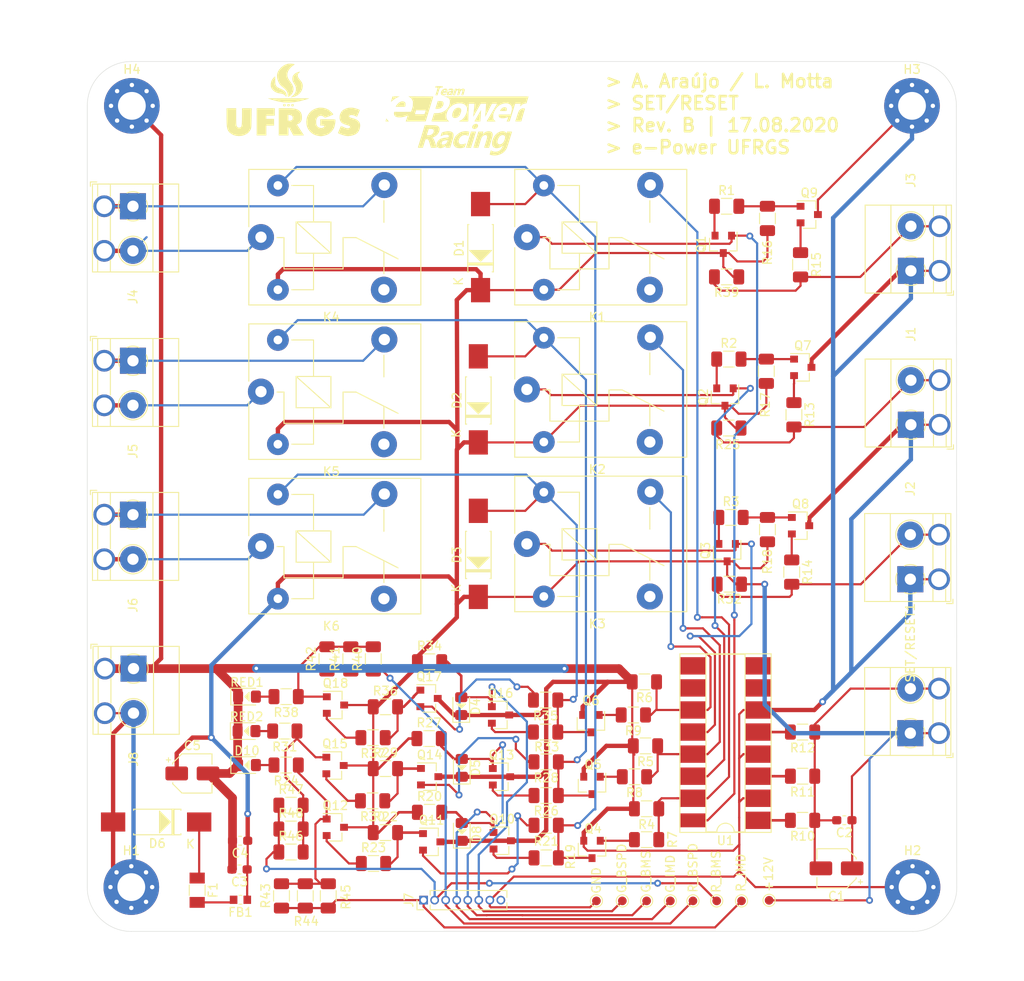
<source format=kicad_pcb>
(kicad_pcb (version 20171130) (host pcbnew "(5.1.5)-3")
  (layers (0 F.Cu signal) (31 B.Cu signal) (34 B.Paste user) (35 F.Paste user) (36 B.SilkS user) (37 F.SilkS user) (38 B.Mask user) (39 F.Mask user) (44 Edge.Cuts user))
  (net 0 "")
  (net 1 "Net-(C1-Pad2)")
  (net 2 +12V)
  (net 3 GND)
  (net 4 "Net-(D1-Pad2)")
  (net 5 "Net-(D2-Pad2)")
  (net 6 "Net-(D3-Pad2)")
  (net 7 "Net-(D6-Pad1)")
  (net 8 "Net-(D10-Pad2)")
  (net 9 "Net-(F1-Pad2)")
  (net 10 "Net-(J1-Pad2)")
  (net 11 "Net-(J2-Pad2)")
  (net 12 "Net-(J3-Pad2)")
  (net 13 "Net-(J4-Pad1)")
  (net 14 "Net-(J4-Pad2)")
  (net 15 "Net-(J5-Pad1)")
  (net 16 "Net-(J5-Pad2)")
  (net 17 "Net-(J6-Pad2)")
  (net 18 "Net-(J6-Pad1)")
  (net 19 /ledRED_IMD)
  (net 20 /ledRED_BMS)
  (net 21 /ledRED_BSPD)
  (net 22 /ledGREEN_IMD)
  (net 23 /ledGREEN_BMS)
  (net 24 /ledGREEN_BSPD)
  (net 25 "Net-(J7-Pad8)")
  (net 26 "Net-(K1-Pad1)")
  (net 27 "Net-(K1-Pad4)")
  (net 28 "Net-(K1-Pad3)")
  (net 29 "Net-(K2-Pad1)")
  (net 30 "Net-(K2-Pad4)")
  (net 31 "Net-(K2-Pad3)")
  (net 32 "Net-(K3-Pad1)")
  (net 33 "Net-(K3-Pad4)")
  (net 34 "Net-(K3-Pad3)")
  (net 35 "Net-(K4-Pad3)")
  (net 36 "Net-(K5-Pad3)")
  (net 37 "Net-(K6-Pad3)")
  (net 38 "Net-(Q1-Pad2)")
  (net 39 "Net-(Q2-Pad2)")
  (net 40 "Net-(Q3-Pad2)")
  (net 41 "Net-(Q7-Pad2)")
  (net 42 "Net-(Q7-Pad1)")
  (net 43 "Net-(Q8-Pad2)")
  (net 44 "Net-(Q8-Pad1)")
  (net 45 "Net-(Q9-Pad1)")
  (net 46 "Net-(Q9-Pad2)")
  (net 47 "Net-(Q10-Pad2)")
  (net 48 "Net-(Q11-Pad1)")
  (net 49 "Net-(Q11-Pad2)")
  (net 50 "Net-(Q12-Pad1)")
  (net 51 "Net-(Q12-Pad2)")
  (net 52 "Net-(Q13-Pad2)")
  (net 53 "Net-(Q14-Pad2)")
  (net 54 "Net-(Q14-Pad1)")
  (net 55 "Net-(Q15-Pad1)")
  (net 56 "Net-(Q15-Pad2)")
  (net 57 "Net-(Q16-Pad2)")
  (net 58 "Net-(Q17-Pad2)")
  (net 59 "Net-(Q17-Pad1)")
  (net 60 "Net-(Q18-Pad2)")
  (net 61 "Net-(Q18-Pad1)")
  (net 62 /A_IMD)
  (net 63 /A_BMS)
  (net 64 /A_BSPD)
  (net 65 "Net-(R31-Pad2)")
  (net 66 "Net-(R38-Pad2)")
  (net 67 "Net-(Q4-Pad1)")
  (net 68 "Net-(Q5-Pad1)")
  (net 69 "Net-(Q6-Pad1)")
  (net 70 Input_Power)
  (module e-Power:TerminalBlock_Phoenix_MKDS-1,5-2_1x02_P5.08mm_Horizontal (layer F.Cu) (at 118.237 75.184 270)
    (fp_text reference J4 (at 10.414 0 90) (layer F.SilkS))
    (fp_text value IMD_SHTDNW)
    (pad 1 thru_hole rect (at 0 0 270) (size 3 3) (drill 1.3) (layers *.Cu *.Mask) (net 13 "Net-(J4-Pad1)"))
    (pad 2 thru_hole circle (at 5.127 0 270) (size 3 3) (drill 1.3) (layers *.Cu *.Mask) (net 14 "Net-(J4-Pad2)"))
    (pad 1 thru_hole circle (at 0 3.302 270) (size 2.5 2.5) (drill 1.8) (layers *.Cu *.Mask) (net 13 "Net-(J4-Pad1)"))
    (pad 2 thru_hole circle (at 5.1308 3.302 270) (size 2.5 2.5) (drill 1.8) (layers *.Cu *.Mask) (net 14 "Net-(J4-Pad2)"))
  )
  (module e-Power:TerminalBlock_Phoenix_MKDS-1,5-2_1x02_P5.08mm_Horizontal (layer F.Cu) (at 118.237 92.964 270)
    (fp_text reference J5 (at 10.414 0 90) (layer F.SilkS))
    (fp_text value BMS_SHTDNW)
    (pad 2 thru_hole circle (at 5.1308 3.302 270) (size 2.5 2.5) (drill 1.8) (layers *.Cu *.Mask) (net 16 "Net-(J5-Pad2)"))
    (pad 1 thru_hole circle (at 0 3.302 270) (size 2.5 2.5) (drill 1.8) (layers *.Cu *.Mask) (net 15 "Net-(J5-Pad1)"))
    (pad 2 thru_hole circle (at 5.127 0 270) (size 3 3) (drill 1.3) (layers *.Cu *.Mask) (net 16 "Net-(J5-Pad2)"))
    (pad 1 thru_hole rect (at 0 0 270) (size 3 3) (drill 1.3) (layers *.Cu *.Mask) (net 15 "Net-(J5-Pad1)"))
  )
  (module e-Power:TerminalBlock_Phoenix_MKDS-1,5-2_1x02_P5.08mm_Horizontal (layer F.Cu) (at 118.237 110.6805 270)
    (fp_text reference J6 (at 10.414 0 90) (layer F.SilkS))
    (fp_text value BSPD_SHTDNW)
    (pad 2 thru_hole circle (at 5.1308 3.302 270) (size 2.5 2.5) (drill 1.8) (layers *.Cu *.Mask) (net 17 "Net-(J6-Pad2)"))
    (pad 1 thru_hole circle (at 0 3.302 270) (size 2.5 2.5) (drill 1.8) (layers *.Cu *.Mask) (net 18 "Net-(J6-Pad1)"))
    (pad 2 thru_hole circle (at 5.127 0 270) (size 3 3) (drill 1.3) (layers *.Cu *.Mask) (net 17 "Net-(J6-Pad2)"))
    (pad 1 thru_hole rect (at 0 0 270) (size 3 3) (drill 1.3) (layers *.Cu *.Mask) (net 18 "Net-(J6-Pad1)"))
  )
  (module e-Power:TerminalBlock_Phoenix_MKDS-1,5-2_1x02_P5.08mm_Horizontal (layer F.Cu) (at 207.7085 118.11 90)
    (fp_text reference J2 (at 10.414 0 90) (layer F.SilkS))
    (fp_text value BSPD)
    (pad 1 thru_hole rect (at 0 0 90) (size 3 3) (drill 1.3) (layers *.Cu *.Mask) (net 3 GND))
    (pad 2 thru_hole circle (at 5.127 0 90) (size 3 3) (drill 1.3) (layers *.Cu *.Mask) (net 11 "Net-(J2-Pad2)"))
    (pad 1 thru_hole circle (at 0 3.302 90) (size 2.5 2.5) (drill 1.8) (layers *.Cu *.Mask) (net 3 GND))
    (pad 2 thru_hole circle (at 5.1308 3.302 90) (size 2.5 2.5) (drill 1.8) (layers *.Cu *.Mask) (net 11 "Net-(J2-Pad2)"))
  )
  (module Resistor_SMD:R_1206_3216Metric (layer F.Cu) (at 191.262 76.584 90)
    (fp_text reference R16 (at -3.934 0 90) (layer F.SilkS))
    (fp_text value 1K)
    (pad 1 smd roundrect (at -1.4 0 90) (size 1.25 1.75) (layers F.Cu F.Paste F.Mask) (roundrect_rratio 0.2) (net 2 +12V))
    (pad 2 smd roundrect (at 1.4 0 90) (size 1.25 1.75) (layers F.Cu F.Paste F.Mask) (roundrect_rratio 0.2) (net 45 "Net-(Q9-Pad1)"))
  )
  (module e-Power:Relay_SPDT_SANYOU_SRD (layer F.Cu) (at 163.576 96.266)
    (fp_text reference K2 (at 8.1 9.2) (layer F.SilkS))
    (fp_text value RELAY_19.1x15.5mm)
    (pad 1 thru_hole circle (at 0 0 90) (size 3 3) (drill 1.3) (layers *.Cu *.Mask) (net 29 "Net-(K2-Pad1)"))
    (pad 5 thru_hole circle (at 1.95 -5.95 90) (size 2.5 2.5) (drill 1) (layers *.Cu *.Mask) (net 5 "Net-(D2-Pad2)"))
    (pad 4 thru_hole circle (at 14.2 -6 90) (size 3 3) (drill 1.3) (layers *.Cu *.Mask) (net 30 "Net-(K2-Pad4)"))
    (pad 3 thru_hole circle (at 14.15 6.05 90) (size 3 3) (drill 1.3) (layers *.Cu *.Mask) (net 31 "Net-(K2-Pad3)"))
    (pad 2 thru_hole circle (at 1.95 6.05 90) (size 2.5 2.5) (drill 1) (layers *.Cu *.Mask) (net 2 +12V))
  )
  (module Package_TO_SOT_SMD:SOT-23 (layer F.Cu) (at 186.624 115.046 270)
    (fp_text reference Q3 (at -0.238 2.474 90) (layer F.SilkS))
    (fp_text value BC557)
    (pad 3 smd rect (at 1 0 270) (size 0.9 0.8) (layers F.Cu F.Paste F.Mask) (net 2 +12V))
    (pad 2 smd rect (at -1 0.95 270) (size 0.9 0.8) (layers F.Cu F.Paste F.Mask) (net 40 "Net-(Q3-Pad2)"))
    (pad 1 smd rect (at -1 -0.95 270) (size 0.9 0.8) (layers F.Cu F.Paste F.Mask) (net 32 "Net-(K3-Pad1)"))
  )
  (module Resistor_SMD:R_1206_3216Metric (layer F.Cu) (at 191.262 112.398 90)
    (fp_text reference R18 (at -3.68 0 90) (layer F.SilkS))
    (fp_text value 1K)
    (pad 2 smd roundrect (at 1.4 0 90) (size 1.25 1.75) (layers F.Cu F.Paste F.Mask) (roundrect_rratio 0.2) (net 44 "Net-(Q8-Pad1)"))
    (pad 1 smd roundrect (at -1.4 0 90) (size 1.25 1.75) (layers F.Cu F.Paste F.Mask) (roundrect_rratio 0.2) (net 2 +12V))
  )
  (module Capacitor_SMD:CP_Elec_4x5.3 (layer F.Cu) (at 199.2156 151.384 180)
    (fp_text reference C1 (at 0 -3.2) (layer F.SilkS))
    (fp_text value 10uF)
    (pad 2 smd roundrect (at 1.8 0 180) (size 2.6 1.6) (layers F.Cu F.Paste F.Mask) (roundrect_rratio 0.15625) (net 1 "Net-(C1-Pad2)"))
    (pad 1 smd roundrect (at -1.8 0 180) (size 2.6 1.6) (layers F.Cu F.Paste F.Mask) (roundrect_rratio 0.15625) (net 2 +12V))
  )
  (module Capacitor_SMD:C_0603_1608Metric_Pad1.05x0.95mm_HandSolder (layer F.Cu) (at 200.1126 145.8468 180)
    (fp_text reference C2 (at 0 -1.43) (layer F.SilkS))
    (fp_text value 100nF)
    (pad 1 smd roundrect (at -0.875 0 180) (size 1.05 0.95) (layers F.Cu F.Paste F.Mask) (net 2 +12V))
    (pad 2 smd roundrect (at 0.875 0 180) (size 1.05 0.95) (layers F.Cu F.Paste F.Mask) (net 1 "Net-(C1-Pad2)"))
  )
  (module Capacitor_SMD:C_0603_1608Metric_Pad1.05x0.95mm_HandSolder (layer F.Cu) (at 130.5052 151.511 180)
    (fp_text reference C3 (at 0 -1.43) (layer F.SilkS))
    (fp_text value 100nF)
    (pad 2 smd roundrect (at 0.875 0 180) (size 1.05 0.95) (layers F.Cu F.Paste F.Mask) (net 3 GND))
    (pad 1 smd roundrect (at -0.875 0 180) (size 1.05 0.95) (layers F.Cu F.Paste F.Mask) (net 2 +12V))
  )
  (module Capacitor_SMD:C_0603_1608Metric_Pad1.05x0.95mm_HandSolder (layer F.Cu) (at 130.5687 148.209 180)
    (fp_text reference C4 (at 0 -1.43) (layer F.SilkS))
    (fp_text value 10nF)
    (pad 1 smd roundrect (at -0.875 0 180) (size 1.05 0.95) (layers F.Cu F.Paste F.Mask) (net 2 +12V))
    (pad 2 smd roundrect (at 0.875 0 180) (size 1.05 0.95) (layers F.Cu F.Paste F.Mask) (net 3 GND))
  )
  (module Capacitor_SMD:CP_Elec_4x5.3 (layer F.Cu) (at 125.073 140.462)
    (fp_text reference C5 (at 0 -3.2) (layer F.SilkS))
    (fp_text value 220uF)
    (pad 1 smd roundrect (at -1.8 0) (size 2.6 1.6) (layers F.Cu F.Paste F.Mask) (roundrect_rratio 0.15625) (net 2 +12V))
    (pad 2 smd roundrect (at 1.8 0) (size 2.6 1.6) (layers F.Cu F.Paste F.Mask) (roundrect_rratio 0.15625) (net 3 GND))
  )
  (module e-Power:DO-41_SMD (layer F.Cu) (at 158.242 83.82 90)
    (fp_text reference D1 (at 3.81 -2.47 90) (layer F.SilkS))
    (fp_text value 1N5819)
    (fp_text user K (at 0 -2.54 90) (layer F.SilkS))
    (pad 1 smd rect (at -1.016 0 90) (size 2.8 2.2) (layers F.Cu F.Paste F.Mask) (net 2 +12V))
    (pad 2 smd rect (at 8.89 0 90) (size 2.8 2.2) (layers F.Cu F.Paste F.Mask) (net 4 "Net-(D1-Pad2)"))
  )
  (module e-Power:DO-41_SMD (layer F.Cu) (at 157.988 101.346 90)
    (fp_text reference D2 (at 3.81 -2.47 90) (layer F.SilkS))
    (fp_text value 1N5819)
    (fp_text user K (at 0 -2.54 90) (layer F.SilkS))
    (pad 1 smd rect (at -1.016 0 90) (size 2.8 2.2) (layers F.Cu F.Paste F.Mask) (net 2 +12V))
    (pad 2 smd rect (at 8.89 0 90) (size 2.8 2.2) (layers F.Cu F.Paste F.Mask) (net 5 "Net-(D2-Pad2)"))
  )
  (module e-Power:DO-41_SMD (layer F.Cu) (at 157.988 119.126 90)
    (fp_text reference D3 (at 3.81 -2.47 90) (layer F.SilkS))
    (fp_text value 1N5819)
    (fp_text user K (at 0 -2.54 90) (layer F.SilkS))
    (pad 2 smd rect (at 8.89 0 90) (size 2.8 2.2) (layers F.Cu F.Paste F.Mask) (net 6 "Net-(D3-Pad2)"))
    (pad 1 smd rect (at -1.016 0 90) (size 2.8 2.2) (layers F.Cu F.Paste F.Mask) (net 2 +12V))
  )
  (module e-Power:LED_0805_1.15x1.40mm_HandSolder (layer F.Cu) (at 156.0195 132.715 90)
    (fp_text reference D4 (at -0.0635 1.651 90) (layer F.SilkS))
    (fp_text value GRN)
    (pad 2 smd roundrect (at 1.025 0 90) (size 1.15 1.4) (layers F.Cu F.Paste F.Mask) (roundrect_rratio 0.217391) (net 24 /ledGREEN_BSPD))
    (pad 1 smd roundrect (at -1.025 0 90) (size 1.15 1.4) (layers F.Cu F.Paste F.Mask) (roundrect_rratio 0.217391) (net 3 GND))
  )
  (module e-Power:LED_0805_1.15x1.40mm_HandSolder (layer F.Cu) (at 156.083 139.818 90)
    (fp_text reference D5 (at -0.009 1.5875 90) (layer F.SilkS))
    (fp_text value GRN)
    (pad 1 smd roundrect (at -1.025 0 90) (size 1.15 1.4) (layers F.Cu F.Paste F.Mask) (roundrect_rratio 0.217391) (net 3 GND))
    (pad 2 smd roundrect (at 1.025 0 90) (size 1.15 1.4) (layers F.Cu F.Paste F.Mask) (roundrect_rratio 0.217391) (net 23 /ledGREEN_BMS))
  )
  (module e-Power:DO-41_SMD (layer F.Cu) (at 124.841 146.05 180)
    (fp_text reference D6 (at 3.81 -2.47) (layer F.SilkS))
    (fp_text value 1N5819)
    (fp_text user K (at 0 -2.54) (layer F.SilkS))
    (pad 2 smd rect (at 8.89 0 180) (size 2.8 2.2) (layers F.Cu F.Paste F.Mask) (net 70 Input_Power))
    (pad 1 smd rect (at -1.016 0 180) (size 2.8 2.2) (layers F.Cu F.Paste F.Mask) (net 7 "Net-(D6-Pad1)"))
  )
  (module e-Power:LED_0805_1.15x1.40mm_HandSolder (layer F.Cu) (at 156.083 147.193 90)
    (fp_text reference D8 (at -0.254 1.7145 90) (layer F.SilkS))
    (fp_text value GRN)
    (pad 2 smd roundrect (at 1.025 0 90) (size 1.15 1.4) (layers F.Cu F.Paste F.Mask) (roundrect_rratio 0.217391) (net 22 /ledGREEN_IMD))
    (pad 1 smd roundrect (at -1.025 0 90) (size 1.15 1.4) (layers F.Cu F.Paste F.Mask) (roundrect_rratio 0.217391) (net 3 GND))
  )
  (module e-Power:LED_0805_1.15x1.40mm_HandSolder (layer F.Cu) (at 131.3598 139.4968)
    (fp_text reference D10 (at 0 -1.65) (layer F.SilkS))
    (fp_text value RED)
    (pad 1 smd roundrect (at -1.025 0) (size 1.15 1.4) (layers F.Cu F.Paste F.Mask) (roundrect_rratio 0.217391) (net 3 GND))
    (pad 2 smd roundrect (at 1.025 0) (size 1.15 1.4) (layers F.Cu F.Paste F.Mask) (roundrect_rratio 0.217391) (net 8 "Net-(D10-Pad2)"))
  )
  (module e-Power:FUSE_1206_3216Metric (layer F.Cu) (at 125.6284 153.9016 270)
    (fp_text reference F1 (at 0 -1.82 90) (layer F.SilkS))
    (fp_text value Fuse_1206)
    (pad 1 smd trapezoid (at -1.4 0 270) (size 1.25 1.75) (layers F.Cu F.Paste F.Mask) (net 7 "Net-(D6-Pad1)"))
    (pad 2 smd trapezoid (at 1.4 0 270) (size 1.25 1.75) (layers F.Cu F.Paste F.Mask) (net 9 "Net-(F1-Pad2)"))
  )
  (module e-Power:FB_0603_1608Metric (layer F.Cu) (at 130.6067 155.0035 180)
    (fp_text reference FB1 (at 0 -1.43) (layer F.SilkS))
    (fp_text value Ferrite_Bead_0603)
    (pad 1 smd trapezoid (at -0.7875 0 180) (size 0.875 0.95) (layers F.Cu F.Paste F.Mask) (net 2 +12V))
    (pad 2 smd trapezoid (at 0.7875 0 180) (size 0.875 0.95) (layers F.Cu F.Paste F.Mask) (net 9 "Net-(F1-Pad2)"))
  )
  (module Connector_PinHeader_1.27mm:PinHeader_1x08_P1.27mm_Vertical (layer F.Cu) (at 151.6888 155.0416 90)
    (fp_text reference J7 (at 0 -1.695 90) (layer F.SilkS))
    (fp_text value "Led's paineis")
    (pad 1 thru_hole rect (at 0 0 90) (size 1 1) (drill 0.65) (layers *.Cu *.Mask) (net 19 /ledRED_IMD))
    (pad 2 thru_hole oval (at 0 1.27 90) (size 1 1) (drill 0.65) (layers *.Cu *.Mask) (net 20 /ledRED_BMS))
    (pad 3 thru_hole oval (at 0 2.54 90) (size 1 1) (drill 0.65) (layers *.Cu *.Mask) (net 21 /ledRED_BSPD))
    (pad 4 thru_hole oval (at 0 3.81 90) (size 1 1) (drill 0.65) (layers *.Cu *.Mask) (net 22 /ledGREEN_IMD))
    (pad 5 thru_hole oval (at 0 5.08 90) (size 1 1) (drill 0.65) (layers *.Cu *.Mask) (net 23 /ledGREEN_BMS))
    (pad 6 thru_hole oval (at 0 6.35 90) (size 1 1) (drill 0.65) (layers *.Cu *.Mask) (net 24 /ledGREEN_BSPD))
    (pad 7 thru_hole oval (at 0 7.62 90) (size 1 1) (drill 0.65) (layers *.Cu *.Mask) (net 3 GND))
    (pad 8 thru_hole oval (at 0 8.89 90) (size 1 1) (drill 0.65) (layers *.Cu *.Mask) (net 25 "Net-(J7-Pad8)"))
  )
  (module e-Power:Relay_SPDT_SANYOU_SRD (layer F.Cu) (at 163.576 78.74)
    (fp_text reference K1 (at 8.1 9.2) (layer F.SilkS))
    (fp_text value RELAY_19.1x15.5mm)
    (pad 1 thru_hole circle (at 0 0 90) (size 3 3) (drill 1.3) (layers *.Cu *.Mask) (net 26 "Net-(K1-Pad1)"))
    (pad 5 thru_hole circle (at 1.95 -5.95 90) (size 2.5 2.5) (drill 1) (layers *.Cu *.Mask) (net 4 "Net-(D1-Pad2)"))
    (pad 4 thru_hole circle (at 14.2 -6 90) (size 3 3) (drill 1.3) (layers *.Cu *.Mask) (net 27 "Net-(K1-Pad4)"))
    (pad 3 thru_hole circle (at 14.15 6.05 90) (size 3 3) (drill 1.3) (layers *.Cu *.Mask) (net 28 "Net-(K1-Pad3)"))
    (pad 2 thru_hole circle (at 1.95 6.05 90) (size 2.5 2.5) (drill 1) (layers *.Cu *.Mask) (net 2 +12V))
  )
  (module e-Power:Relay_SPDT_SANYOU_SRD (layer F.Cu) (at 163.576 114.046)
    (fp_text reference K3 (at 8.1 9.2) (layer F.SilkS))
    (fp_text value RELAY_19.1x15.5mm)
    (pad 1 thru_hole circle (at 0 0 90) (size 3 3) (drill 1.3) (layers *.Cu *.Mask) (net 32 "Net-(K3-Pad1)"))
    (pad 5 thru_hole circle (at 1.95 -5.95 90) (size 2.5 2.5) (drill 1) (layers *.Cu *.Mask) (net 6 "Net-(D3-Pad2)"))
    (pad 4 thru_hole circle (at 14.2 -6 90) (size 3 3) (drill 1.3) (layers *.Cu *.Mask) (net 33 "Net-(K3-Pad4)"))
    (pad 3 thru_hole circle (at 14.15 6.05 90) (size 3 3) (drill 1.3) (layers *.Cu *.Mask) (net 34 "Net-(K3-Pad3)"))
    (pad 2 thru_hole circle (at 1.95 6.05 90) (size 2.5 2.5) (drill 1) (layers *.Cu *.Mask) (net 2 +12V))
  )
  (module e-Power:Relay_SPDT_SANYOU_SRD (layer F.Cu) (at 132.969 78.74)
    (fp_text reference K4 (at 8.1 9.2) (layer F.SilkS))
    (fp_text value RELAY_19.1x15.5mm)
    (pad 2 thru_hole circle (at 1.95 6.05 90) (size 2.5 2.5) (drill 1) (layers *.Cu *.Mask) (net 2 +12V))
    (pad 3 thru_hole circle (at 14.15 6.05 90) (size 3 3) (drill 1.3) (layers *.Cu *.Mask) (net 35 "Net-(K4-Pad3)"))
    (pad 4 thru_hole circle (at 14.2 -6 90) (size 3 3) (drill 1.3) (layers *.Cu *.Mask) (net 13 "Net-(J4-Pad1)"))
    (pad 5 thru_hole circle (at 1.95 -5.95 90) (size 2.5 2.5) (drill 1) (layers *.Cu *.Mask) (net 4 "Net-(D1-Pad2)"))
    (pad 1 thru_hole circle (at 0 0 90) (size 3 3) (drill 1.3) (layers *.Cu *.Mask) (net 14 "Net-(J4-Pad2)"))
  )
  (module e-Power:Relay_SPDT_SANYOU_SRD (layer F.Cu) (at 132.969 96.52)
    (fp_text reference K5 (at 8.1 9.2) (layer F.SilkS))
    (fp_text value RELAY_19.1x15.5mm)
    (pad 2 thru_hole circle (at 1.95 6.05 90) (size 2.5 2.5) (drill 1) (layers *.Cu *.Mask) (net 2 +12V))
    (pad 3 thru_hole circle (at 14.15 6.05 90) (size 3 3) (drill 1.3) (layers *.Cu *.Mask) (net 36 "Net-(K5-Pad3)"))
    (pad 4 thru_hole circle (at 14.2 -6 90) (size 3 3) (drill 1.3) (layers *.Cu *.Mask) (net 15 "Net-(J5-Pad1)"))
    (pad 5 thru_hole circle (at 1.95 -5.95 90) (size 2.5 2.5) (drill 1) (layers *.Cu *.Mask) (net 5 "Net-(D2-Pad2)"))
    (pad 1 thru_hole circle (at 0 0 90) (size 3 3) (drill 1.3) (layers *.Cu *.Mask) (net 16 "Net-(J5-Pad2)"))
  )
  (module e-Power:Relay_SPDT_SANYOU_SRD (layer F.Cu) (at 132.969 114.3)
    (fp_text reference K6 (at 8.1 9.2) (layer F.SilkS))
    (fp_text value RELAY_19.1x15.5mm)
    (pad 2 thru_hole circle (at 1.95 6.05 90) (size 2.5 2.5) (drill 1) (layers *.Cu *.Mask) (net 2 +12V))
    (pad 3 thru_hole circle (at 14.15 6.05 90) (size 3 3) (drill 1.3) (layers *.Cu *.Mask) (net 37 "Net-(K6-Pad3)"))
    (pad 4 thru_hole circle (at 14.2 -6 90) (size 3 3) (drill 1.3) (layers *.Cu *.Mask) (net 18 "Net-(J6-Pad1)"))
    (pad 5 thru_hole circle (at 1.95 -5.95 90) (size 2.5 2.5) (drill 1) (layers *.Cu *.Mask) (net 6 "Net-(D3-Pad2)"))
    (pad 1 thru_hole circle (at 0 0 90) (size 3 3) (drill 1.3) (layers *.Cu *.Mask) (net 17 "Net-(J6-Pad2)"))
  )
  (module Package_TO_SOT_SMD:SOT-23 (layer F.Cu) (at 186.182 79.5655 270)
    (fp_text reference Q1 (at 0 2.54 90) (layer F.SilkS))
    (fp_text value BC557)
    (pad 1 smd rect (at -1 -0.95 270) (size 0.9 0.8) (layers F.Cu F.Paste F.Mask) (net 26 "Net-(K1-Pad1)"))
    (pad 2 smd rect (at -1 0.95 270) (size 0.9 0.8) (layers F.Cu F.Paste F.Mask) (net 38 "Net-(Q1-Pad2)"))
    (pad 3 smd rect (at 1 0 270) (size 0.9 0.8) (layers F.Cu F.Paste F.Mask) (net 2 +12V))
  )
  (module Package_TO_SOT_SMD:SOT-23 (layer F.Cu) (at 186.3725 97.139 270)
    (fp_text reference Q2 (at 0 2.4765 90) (layer F.SilkS))
    (fp_text value BC557)
    (pad 3 smd rect (at 1 0 270) (size 0.9 0.8) (layers F.Cu F.Paste F.Mask) (net 2 +12V))
    (pad 2 smd rect (at -1 0.95 270) (size 0.9 0.8) (layers F.Cu F.Paste F.Mask) (net 39 "Net-(Q2-Pad2)"))
    (pad 1 smd rect (at -1 -0.95 270) (size 0.9 0.8) (layers F.Cu F.Paste F.Mask) (net 29 "Net-(K2-Pad1)"))
  )
  (module Package_TO_SOT_SMD:SOT-23 (layer F.Cu) (at 195.326 93.726)
    (fp_text reference Q7 (at 0 -2.5) (layer F.SilkS))
    (fp_text value BC548)
    (pad 3 smd rect (at 1 0) (size 0.9 0.8) (layers F.Cu F.Paste F.Mask) (net 3 GND))
    (pad 2 smd rect (at -1 0.95) (size 0.9 0.8) (layers F.Cu F.Paste F.Mask) (net 41 "Net-(Q7-Pad2)"))
    (pad 1 smd rect (at -1 -0.95) (size 0.9 0.8) (layers F.Cu F.Paste F.Mask) (net 42 "Net-(Q7-Pad1)"))
  )
  (module Package_TO_SOT_SMD:SOT-23 (layer F.Cu) (at 195.072 111.948)
    (fp_text reference Q8 (at 0 -2.5) (layer F.SilkS))
    (fp_text value BC548)
    (pad 3 smd rect (at 1 0) (size 0.9 0.8) (layers F.Cu F.Paste F.Mask) (net 3 GND))
    (pad 2 smd rect (at -1 0.95) (size 0.9 0.8) (layers F.Cu F.Paste F.Mask) (net 43 "Net-(Q8-Pad2)"))
    (pad 1 smd rect (at -1 -0.95) (size 0.9 0.8) (layers F.Cu F.Paste F.Mask) (net 44 "Net-(Q8-Pad1)"))
  )
  (module Package_TO_SOT_SMD:SOT-23 (layer F.Cu) (at 196.072 76.139)
    (fp_text reference Q9 (at 0 -2.5) (layer F.SilkS))
    (fp_text value BC548)
    (pad 1 smd rect (at -1 -0.95) (size 0.9 0.8) (layers F.Cu F.Paste F.Mask) (net 45 "Net-(Q9-Pad1)"))
    (pad 2 smd rect (at -1 0.95) (size 0.9 0.8) (layers F.Cu F.Paste F.Mask) (net 46 "Net-(Q9-Pad2)"))
    (pad 3 smd rect (at 1 0) (size 0.9 0.8) (layers F.Cu F.Paste F.Mask) (net 3 GND))
  )
  (module Package_TO_SOT_SMD:SOT-23 (layer F.Cu) (at 160.7345 148.209)
    (fp_text reference Q10 (at 0 -2.5) (layer F.SilkS))
    (fp_text value BC548)
    (pad 3 smd rect (at 1 0) (size 0.9 0.8) (layers F.Cu F.Paste F.Mask) (net 3 GND))
    (pad 2 smd rect (at -1 0.95) (size 0.9 0.8) (layers F.Cu F.Paste F.Mask) (net 47 "Net-(Q10-Pad2)"))
    (pad 1 smd rect (at -1 -0.95) (size 0.9 0.8) (layers F.Cu F.Paste F.Mask) (net 22 /ledGREEN_IMD))
  )
  (module Package_TO_SOT_SMD:SOT-23 (layer F.Cu) (at 152.6192 148.336)
    (fp_text reference Q11 (at 0 -2.5) (layer F.SilkS))
    (fp_text value BC548)
    (pad 1 smd rect (at -1 -0.95) (size 0.9 0.8) (layers F.Cu F.Paste F.Mask) (net 48 "Net-(Q11-Pad1)"))
    (pad 2 smd rect (at -1 0.95) (size 0.9 0.8) (layers F.Cu F.Paste F.Mask) (net 49 "Net-(Q11-Pad2)"))
    (pad 3 smd rect (at 1 0) (size 0.9 0.8) (layers F.Cu F.Paste F.Mask) (net 3 GND))
  )
  (module Package_TO_SOT_SMD:SOT-23 (layer F.Cu) (at 141.5288 146.6596)
    (fp_text reference Q12 (at 0 -2.5) (layer F.SilkS))
    (fp_text value BC557)
    (pad 1 smd rect (at -1 -0.95) (size 0.9 0.8) (layers F.Cu F.Paste F.Mask) (net 50 "Net-(Q12-Pad1)"))
    (pad 2 smd rect (at -1 0.95) (size 0.9 0.8) (layers F.Cu F.Paste F.Mask) (net 51 "Net-(Q12-Pad2)"))
    (pad 3 smd rect (at 1 0) (size 0.9 0.8) (layers F.Cu F.Paste F.Mask) (net 2 +12V))
  )
  (module Package_TO_SOT_SMD:SOT-23 (layer F.Cu) (at 160.655 140.843)
    (fp_text reference Q13 (at 0 -2.5) (layer F.SilkS))
    (fp_text value BC548)
    (pad 1 smd rect (at -1 -0.95) (size 0.9 0.8) (layers F.Cu F.Paste F.Mask) (net 23 /ledGREEN_BMS))
    (pad 2 smd rect (at -1 0.95) (size 0.9 0.8) (layers F.Cu F.Paste F.Mask) (net 52 "Net-(Q13-Pad2)"))
    (pad 3 smd rect (at 1 0) (size 0.9 0.8) (layers F.Cu F.Paste F.Mask) (net 3 GND))
  )
  (module Package_TO_SOT_SMD:SOT-23 (layer F.Cu) (at 152.384 140.8328)
    (fp_text reference Q14 (at 0 -2.5) (layer F.SilkS))
    (fp_text value BC548)
    (pad 3 smd rect (at 1 0) (size 0.9 0.8) (layers F.Cu F.Paste F.Mask) (net 3 GND))
    (pad 2 smd rect (at -1 0.95) (size 0.9 0.8) (layers F.Cu F.Paste F.Mask) (net 53 "Net-(Q14-Pad2)"))
    (pad 1 smd rect (at -1 -0.95) (size 0.9 0.8) (layers F.Cu F.Paste F.Mask) (net 54 "Net-(Q14-Pad1)"))
  )
  (module Package_TO_SOT_SMD:SOT-23 (layer F.Cu) (at 141.494 139.5476)
    (fp_text reference Q15 (at 0 -2.5) (layer F.SilkS))
    (fp_text value BC557)
    (pad 1 smd rect (at -1 -0.95) (size 0.9 0.8) (layers F.Cu F.Paste F.Mask) (net 55 "Net-(Q15-Pad1)"))
    (pad 2 smd rect (at -1 0.95) (size 0.9 0.8) (layers F.Cu F.Paste F.Mask) (net 56 "Net-(Q15-Pad2)"))
    (pad 3 smd rect (at 1 0) (size 0.9 0.8) (layers F.Cu F.Paste F.Mask) (net 2 +12V))
  )
  (module Package_TO_SOT_SMD:SOT-23 (layer F.Cu) (at 160.544 133.731)
    (fp_text reference Q16 (at 0 -2.5) (layer F.SilkS))
    (fp_text value BC548)
    (pad 1 smd rect (at -1 -0.95) (size 0.9 0.8) (layers F.Cu F.Paste F.Mask) (net 24 /ledGREEN_BSPD))
    (pad 2 smd rect (at -1 0.95) (size 0.9 0.8) (layers F.Cu F.Paste F.Mask) (net 57 "Net-(Q16-Pad2)"))
    (pad 3 smd rect (at 1 0) (size 0.9 0.8) (layers F.Cu F.Paste F.Mask) (net 3 GND))
  )
  (module Package_TO_SOT_SMD:SOT-23 (layer F.Cu) (at 152.3144 131.826)
    (fp_text reference Q17 (at 0 -2.5) (layer F.SilkS))
    (fp_text value BC548)
    (pad 3 smd rect (at 1 0) (size 0.9 0.8) (layers F.Cu F.Paste F.Mask) (net 3 GND))
    (pad 2 smd rect (at -1 0.95) (size 0.9 0.8) (layers F.Cu F.Paste F.Mask) (net 58 "Net-(Q17-Pad2)"))
    (pad 1 smd rect (at -1 -0.95) (size 0.9 0.8) (layers F.Cu F.Paste F.Mask) (net 59 "Net-(Q17-Pad1)"))
  )
  (module Package_TO_SOT_SMD:SOT-23 (layer F.Cu) (at 141.5448 132.588)
    (fp_text reference Q18 (at 0 -2.5) (layer F.SilkS))
    (fp_text value BC557)
    (pad 3 smd rect (at 1 0) (size 0.9 0.8) (layers F.Cu F.Paste F.Mask) (net 2 +12V))
    (pad 2 smd rect (at -1 0.95) (size 0.9 0.8) (layers F.Cu F.Paste F.Mask) (net 60 "Net-(Q18-Pad2)"))
    (pad 1 smd rect (at -1 -0.95) (size 0.9 0.8) (layers F.Cu F.Paste F.Mask) (net 61 "Net-(Q18-Pad1)"))
  )
  (module Resistor_SMD:R_1206_3216Metric (layer F.Cu) (at 186.566 75.184)
    (fp_text reference R1 (at 0 -1.82) (layer F.SilkS))
    (fp_text value 10K)
    (pad 1 smd roundrect (at -1.4 0) (size 1.25 1.75) (layers F.Cu F.Paste F.Mask) (roundrect_rratio 0.2) (net 38 "Net-(Q1-Pad2)"))
    (pad 2 smd roundrect (at 1.4 0) (size 1.25 1.75) (layers F.Cu F.Paste F.Mask) (roundrect_rratio 0.2) (net 45 "Net-(Q9-Pad1)"))
  )
  (module Resistor_SMD:R_1206_3216Metric (layer F.Cu) (at 186.82 92.7735)
    (fp_text reference R2 (at 0 -1.82) (layer F.SilkS))
    (fp_text value 10K)
    (pad 2 smd roundrect (at 1.4 0) (size 1.25 1.75) (layers F.Cu F.Paste F.Mask) (roundrect_rratio 0.2) (net 42 "Net-(Q7-Pad1)"))
    (pad 1 smd roundrect (at -1.4 0) (size 1.25 1.75) (layers F.Cu F.Paste F.Mask) (roundrect_rratio 0.2) (net 39 "Net-(Q2-Pad2)"))
  )
  (module Resistor_SMD:R_1206_3216Metric (layer F.Cu) (at 187.068 110.998)
    (fp_text reference R3 (at 0 -1.82) (layer F.SilkS))
    (fp_text value 10K)
    (pad 2 smd roundrect (at 1.4 0) (size 1.25 1.75) (layers F.Cu F.Paste F.Mask) (roundrect_rratio 0.2) (net 44 "Net-(Q8-Pad1)"))
    (pad 1 smd roundrect (at -1.4 0) (size 1.25 1.75) (layers F.Cu F.Paste F.Mask) (roundrect_rratio 0.2) (net 40 "Net-(Q3-Pad2)"))
  )
  (module Resistor_SMD:R_1206_3216Metric (layer F.Cu) (at 177.3525 144.526 180)
    (fp_text reference R4 (at 0 -1.82) (layer F.SilkS))
    (fp_text value 10K)
    (pad 2 smd roundrect (at 1.4 0 180) (size 1.25 1.75) (layers F.Cu F.Paste F.Mask) (roundrect_rratio 0.2) (net 3 GND))
    (pad 1 smd roundrect (at -1.4 0 180) (size 1.25 1.75) (layers F.Cu F.Paste F.Mask) (roundrect_rratio 0.2) (net 27 "Net-(K1-Pad4)"))
  )
  (module Resistor_SMD:R_1206_3216Metric (layer F.Cu) (at 177.2255 137.287 180)
    (fp_text reference R5 (at 0 -1.82) (layer F.SilkS))
    (fp_text value 10K)
    (pad 1 smd roundrect (at -1.4 0 180) (size 1.25 1.75) (layers F.Cu F.Paste F.Mask) (roundrect_rratio 0.2) (net 30 "Net-(K2-Pad4)"))
    (pad 2 smd roundrect (at 1.4 0 180) (size 1.25 1.75) (layers F.Cu F.Paste F.Mask) (roundrect_rratio 0.2) (net 3 GND))
  )
  (module Resistor_SMD:R_1206_3216Metric (layer F.Cu) (at 177.0985 129.921 180)
    (fp_text reference R6 (at 0 -1.82) (layer F.SilkS))
    (fp_text value 10K)
    (pad 1 smd roundrect (at -1.4 0 180) (size 1.25 1.75) (layers F.Cu F.Paste F.Mask) (roundrect_rratio 0.2) (net 33 "Net-(K3-Pad4)"))
    (pad 2 smd roundrect (at 1.4 0 180) (size 1.25 1.75) (layers F.Cu F.Paste F.Mask) (roundrect_rratio 0.2) (net 3 GND))
  )
  (module Resistor_SMD:R_1206_3216Metric (layer F.Cu) (at 177.3525 148.082 180)
    (fp_text reference R7 (at -2.9875 0 90) (layer F.SilkS))
    (fp_text value 100R)
    (pad 1 smd roundrect (at -1.4 0 180) (size 1.25 1.75) (layers F.Cu F.Paste F.Mask) (roundrect_rratio 0.2) (net 27 "Net-(K1-Pad4)"))
    (pad 2 smd roundrect (at 1.4 0 180) (size 1.25 1.75) (layers F.Cu F.Paste F.Mask) (roundrect_rratio 0.2) (net 67 "Net-(Q4-Pad1)"))
  )
  (module Resistor_SMD:R_1206_3216Metric (layer F.Cu) (at 175.9555 140.843 180)
    (fp_text reference R8 (at 0 -1.82) (layer F.SilkS))
    (fp_text value 100R)
    (pad 1 smd roundrect (at -1.4 0 180) (size 1.25 1.75) (layers F.Cu F.Paste F.Mask) (roundrect_rratio 0.2) (net 30 "Net-(K2-Pad4)"))
    (pad 2 smd roundrect (at 1.4 0 180) (size 1.25 1.75) (layers F.Cu F.Paste F.Mask) (roundrect_rratio 0.2) (net 68 "Net-(Q5-Pad1)"))
  )
  (module Resistor_SMD:R_1206_3216Metric (layer F.Cu) (at 175.8285 133.731 180)
    (fp_text reference R9 (at 0 -1.82) (layer F.SilkS))
    (fp_text value 100R)
    (pad 1 smd roundrect (at -1.4 0 180) (size 1.25 1.75) (layers F.Cu F.Paste F.Mask) (roundrect_rratio 0.2) (net 33 "Net-(K3-Pad4)"))
    (pad 2 smd roundrect (at 1.4 0 180) (size 1.25 1.75) (layers F.Cu F.Paste F.Mask) (roundrect_rratio 0.2) (net 69 "Net-(Q6-Pad1)"))
  )
  (module Resistor_SMD:R_1206_3216Metric (layer F.Cu) (at 195.3036 145.8595 180)
    (fp_text reference R10 (at 0 -1.82) (layer F.SilkS))
    (fp_text value 10K)
    (pad 2 smd roundrect (at 1.4 0 180) (size 1.25 1.75) (layers F.Cu F.Paste F.Mask) (roundrect_rratio 0.2) (net 62 /A_IMD))
    (pad 1 smd roundrect (at -1.4 0 180) (size 1.25 1.75) (layers F.Cu F.Paste F.Mask) (roundrect_rratio 0.2) (net 1 "Net-(C1-Pad2)"))
  )
  (module Resistor_SMD:R_1206_3216Metric (layer F.Cu) (at 195.3036 140.7795 180)
    (fp_text reference R11 (at 0 -1.82) (layer F.SilkS))
    (fp_text value 10K)
    (pad 1 smd roundrect (at -1.4 0 180) (size 1.25 1.75) (layers F.Cu F.Paste F.Mask) (roundrect_rratio 0.2) (net 1 "Net-(C1-Pad2)"))
    (pad 2 smd roundrect (at 1.4 0 180) (size 1.25 1.75) (layers F.Cu F.Paste F.Mask) (roundrect_rratio 0.2) (net 63 /A_BMS))
  )
  (module Resistor_SMD:R_1206_3216Metric (layer F.Cu) (at 195.3036 135.6995 180)
    (fp_text reference R12 (at 0 -1.82) (layer F.SilkS))
    (fp_text value 10K)
    (pad 1 smd roundrect (at -1.4 0 180) (size 1.25 1.75) (layers F.Cu F.Paste F.Mask) (roundrect_rratio 0.2) (net 1 "Net-(C1-Pad2)"))
    (pad 2 smd roundrect (at 1.4 0 180) (size 1.25 1.75) (layers F.Cu F.Paste F.Mask) (roundrect_rratio 0.2) (net 64 /A_BSPD))
  )
  (module Resistor_SMD:R_1206_3216Metric (layer F.Cu) (at 194.31 99.184 270)
    (fp_text reference R13 (at 0 -1.82 90) (layer F.SilkS))
    (fp_text value 10K)
    (pad 2 smd roundrect (at 1.4 0 270) (size 1.25 1.75) (layers F.Cu F.Paste F.Mask) (roundrect_rratio 0.2) (net 10 "Net-(J1-Pad2)"))
    (pad 1 smd roundrect (at -1.4 0 270) (size 1.25 1.75) (layers F.Cu F.Paste F.Mask) (roundrect_rratio 0.2) (net 41 "Net-(Q7-Pad2)"))
  )
  (module Resistor_SMD:R_1206_3216Metric (layer F.Cu) (at 194.056 117.2875 270)
    (fp_text reference R14 (at 0 -1.82 90) (layer F.SilkS))
    (fp_text value 10K)
    (pad 1 smd roundrect (at -1.4 0 270) (size 1.25 1.75) (layers F.Cu F.Paste F.Mask) (roundrect_rratio 0.2) (net 43 "Net-(Q8-Pad2)"))
    (pad 2 smd roundrect (at 1.4 0 270) (size 1.25 1.75) (layers F.Cu F.Paste F.Mask) (roundrect_rratio 0.2) (net 11 "Net-(J2-Pad2)"))
  )
  (module Resistor_SMD:R_1206_3216Metric (layer F.Cu) (at 195.072 81.918 270)
    (fp_text reference R15 (at 0 -1.82 90) (layer F.SilkS))
    (fp_text value 10K)
    (pad 2 smd roundrect (at 1.4 0 270) (size 1.25 1.75) (layers F.Cu F.Paste F.Mask) (roundrect_rratio 0.2) (net 12 "Net-(J3-Pad2)"))
    (pad 1 smd roundrect (at -1.4 0 270) (size 1.25 1.75) (layers F.Cu F.Paste F.Mask) (roundrect_rratio 0.2) (net 46 "Net-(Q9-Pad2)"))
  )
  (module Resistor_SMD:R_1206_3216Metric (layer F.Cu) (at 191.135 94.1735 90)
    (fp_text reference R17 (at -3.8705 -0.127 90) (layer F.SilkS))
    (fp_text value 1K)
    (pad 2 smd roundrect (at 1.4 0 90) (size 1.25 1.75) (layers F.Cu F.Paste F.Mask) (roundrect_rratio 0.2) (net 42 "Net-(Q7-Pad1)"))
    (pad 1 smd roundrect (at -1.4 0 90) (size 1.25 1.75) (layers F.Cu F.Paste F.Mask) (roundrect_rratio 0.2) (net 2 +12V))
  )
  (module Resistor_SMD:R_1206_3216Metric (layer F.Cu) (at 165.7985 150.1775)
    (fp_text reference R19 (at 2.794 -0.127 90) (layer F.SilkS))
    (fp_text value 10K)
    (pad 2 smd roundrect (at 1.4 0) (size 1.25 1.75) (layers F.Cu F.Paste F.Mask) (roundrect_rratio 0.2) (net 4 "Net-(D1-Pad2)"))
    (pad 1 smd roundrect (at -1.4 0) (size 1.25 1.75) (layers F.Cu F.Paste F.Mask) (roundrect_rratio 0.2) (net 47 "Net-(Q10-Pad2)"))
  )
  (module Resistor_SMD:R_1206_3216Metric (layer F.Cu) (at 152.3716 144.9324)
    (fp_text reference R20 (at 0 -1.82) (layer F.SilkS))
    (fp_text value 1K)
    (pad 2 smd roundrect (at 1.4 0) (size 1.25 1.75) (layers F.Cu F.Paste F.Mask) (roundrect_rratio 0.2) (net 22 /ledGREEN_IMD))
    (pad 1 smd roundrect (at -1.4 0) (size 1.25 1.75) (layers F.Cu F.Paste F.Mask) (roundrect_rratio 0.2) (net 2 +12V))
  )
  (module Resistor_SMD:R_1206_3216Metric (layer F.Cu) (at 165.7955 146.431 180)
    (fp_text reference R21 (at 0 -1.82) (layer F.SilkS))
    (fp_text value 10K)
    (pad 1 smd roundrect (at -1.4 0 180) (size 1.25 1.75) (layers F.Cu F.Paste F.Mask) (roundrect_rratio 0.2) (net 4 "Net-(D1-Pad2)"))
    (pad 2 smd roundrect (at 1.4 0 180) (size 1.25 1.75) (layers F.Cu F.Paste F.Mask) (roundrect_rratio 0.2) (net 49 "Net-(Q11-Pad2)"))
  )
  (module Resistor_SMD:R_1206_3216Metric (layer F.Cu) (at 147.2916 147.2692)
    (fp_text reference R22 (at 0 -1.82) (layer F.SilkS))
    (fp_text value 1K)
    (pad 1 smd roundrect (at -1.4 0) (size 1.25 1.75) (layers F.Cu F.Paste F.Mask) (roundrect_rratio 0.2) (net 2 +12V))
    (pad 2 smd roundrect (at 1.4 0) (size 1.25 1.75) (layers F.Cu F.Paste F.Mask) (roundrect_rratio 0.2) (net 48 "Net-(Q11-Pad1)"))
  )
  (module Resistor_SMD:R_1206_3216Metric (layer F.Cu) (at 145.92 150.8252)
    (fp_text reference R23 (at 0 -1.82) (layer F.SilkS))
    (fp_text value 10K)
    (pad 2 smd roundrect (at 1.4 0) (size 1.25 1.75) (layers F.Cu F.Paste F.Mask) (roundrect_rratio 0.2) (net 48 "Net-(Q11-Pad1)"))
    (pad 1 smd roundrect (at -1.4 0) (size 1.25 1.75) (layers F.Cu F.Paste F.Mask) (roundrect_rratio 0.2) (net 51 "Net-(Q12-Pad2)"))
  )
  (module Resistor_SMD:R_1206_3216Metric (layer F.Cu) (at 135.8676 139.4968 180)
    (fp_text reference R24 (at 0 -1.82) (layer F.SilkS))
    (fp_text value 1K)
    (pad 1 smd roundrect (at -1.4 0 180) (size 1.25 1.75) (layers F.Cu F.Paste F.Mask) (roundrect_rratio 0.2) (net 50 "Net-(Q12-Pad1)"))
    (pad 2 smd roundrect (at 1.4 0 180) (size 1.25 1.75) (layers F.Cu F.Paste F.Mask) (roundrect_rratio 0.2) (net 8 "Net-(D10-Pad2)"))
  )
  (module Resistor_SMD:R_1206_3216Metric (layer F.Cu) (at 186.82 100.711)
    (fp_text reference R25 (at -0.13 1.905) (layer F.SilkS))
    (fp_text value 1K)
    (pad 2 smd roundrect (at 1.4 0) (size 1.25 1.75) (layers F.Cu F.Paste F.Mask) (roundrect_rratio 0.2) (net 2 +12V))
    (pad 1 smd roundrect (at -1.4 0) (size 1.25 1.75) (layers F.Cu F.Paste F.Mask) (roundrect_rratio 0.2) (net 10 "Net-(J1-Pad2)"))
  )
  (module Resistor_SMD:R_1206_3216Metric (layer F.Cu) (at 165.7955 143.002)
    (fp_text reference R26 (at 0 1.778) (layer F.SilkS))
    (fp_text value 10K)
    (pad 2 smd roundrect (at 1.4 0) (size 1.25 1.75) (layers F.Cu F.Paste F.Mask) (roundrect_rratio 0.2) (net 5 "Net-(D2-Pad2)"))
    (pad 1 smd roundrect (at -1.4 0) (size 1.25 1.75) (layers F.Cu F.Paste F.Mask) (roundrect_rratio 0.2) (net 52 "Net-(Q13-Pad2)"))
  )
  (module Resistor_SMD:R_1206_3216Metric (layer F.Cu) (at 152.3208 136.4488)
    (fp_text reference R27 (at 0 -1.82) (layer F.SilkS))
    (fp_text value 1K)
    (pad 1 smd roundrect (at -1.4 0) (size 1.25 1.75) (layers F.Cu F.Paste F.Mask) (roundrect_rratio 0.2) (net 2 +12V))
    (pad 2 smd roundrect (at 1.4 0) (size 1.25 1.75) (layers F.Cu F.Paste F.Mask) (roundrect_rratio 0.2) (net 23 /ledGREEN_BMS))
  )
  (module Resistor_SMD:R_1206_3216Metric (layer F.Cu) (at 165.7955 139.1285)
    (fp_text reference R28 (at 0 1.8415) (layer F.SilkS))
    (fp_text value 10K)
    (pad 2 smd roundrect (at 1.4 0) (size 1.25 1.75) (layers F.Cu F.Paste F.Mask) (roundrect_rratio 0.2) (net 5 "Net-(D2-Pad2)"))
    (pad 1 smd roundrect (at -1.4 0) (size 1.25 1.75) (layers F.Cu F.Paste F.Mask) (roundrect_rratio 0.2) (net 53 "Net-(Q14-Pad2)"))
  )
  (module Resistor_SMD:R_1206_3216Metric (layer F.Cu) (at 147.2916 139.9032)
    (fp_text reference R29 (at 0 -1.82) (layer F.SilkS))
    (fp_text value 1K)
    (pad 1 smd roundrect (at -1.4 0) (size 1.25 1.75) (layers F.Cu F.Paste F.Mask) (roundrect_rratio 0.2) (net 2 +12V))
    (pad 2 smd roundrect (at 1.4 0) (size 1.25 1.75) (layers F.Cu F.Paste F.Mask) (roundrect_rratio 0.2) (net 54 "Net-(Q14-Pad1)"))
  )
  (module Resistor_SMD:R_1206_3216Metric (layer F.Cu) (at 145.8184 143.6116 180)
    (fp_text reference R30 (at 0 -1.82) (layer F.SilkS))
    (fp_text value 10K)
    (pad 2 smd roundrect (at 1.4 0 180) (size 1.25 1.75) (layers F.Cu F.Paste F.Mask) (roundrect_rratio 0.2) (net 56 "Net-(Q15-Pad2)"))
    (pad 1 smd roundrect (at -1.4 0 180) (size 1.25 1.75) (layers F.Cu F.Paste F.Mask) (roundrect_rratio 0.2) (net 54 "Net-(Q14-Pad1)"))
  )
  (module Resistor_SMD:R_1206_3216Metric (layer F.Cu) (at 135.7152 135.5852 180)
    (fp_text reference R31 (at 0 -1.82) (layer F.SilkS))
    (fp_text value 1K)
    (pad 1 smd roundrect (at -1.4 0 180) (size 1.25 1.75) (layers F.Cu F.Paste F.Mask) (roundrect_rratio 0.2) (net 55 "Net-(Q15-Pad1)"))
    (pad 2 smd roundrect (at 1.4 0 180) (size 1.25 1.75) (layers F.Cu F.Paste F.Mask) (roundrect_rratio 0.2) (net 65 "Net-(R31-Pad2)"))
  )
  (module Resistor_SMD:R_1206_3216Metric (layer F.Cu) (at 186.8775 118.6815)
    (fp_text reference R32 (at 0 1.7145) (layer F.SilkS))
    (fp_text value 1K)
    (pad 1 smd roundrect (at -1.4 0) (size 1.25 1.75) (layers F.Cu F.Paste F.Mask) (roundrect_rratio 0.2) (net 11 "Net-(J2-Pad2)"))
    (pad 2 smd roundrect (at 1.4 0) (size 1.25 1.75) (layers F.Cu F.Paste F.Mask) (roundrect_rratio 0.2) (net 2 +12V))
  )
  (module Resistor_SMD:R_1206_3216Metric (layer F.Cu) (at 165.732 135.6995)
    (fp_text reference R33 (at 0.13 1.7145) (layer F.SilkS))
    (fp_text value 10K)
    (pad 2 smd roundrect (at 1.4 0) (size 1.25 1.75) (layers F.Cu F.Paste F.Mask) (roundrect_rratio 0.2) (net 6 "Net-(D3-Pad2)"))
    (pad 1 smd roundrect (at -1.4 0) (size 1.25 1.75) (layers F.Cu F.Paste F.Mask) (roundrect_rratio 0.2) (net 57 "Net-(Q16-Pad2)"))
  )
  (module Resistor_SMD:R_1206_3216Metric (layer F.Cu) (at 152.3716 127.6096)
    (fp_text reference R34 (at 0 -1.82) (layer F.SilkS))
    (fp_text value 1K)
    (pad 1 smd roundrect (at -1.4 0) (size 1.25 1.75) (layers F.Cu F.Paste F.Mask) (roundrect_rratio 0.2) (net 2 +12V))
    (pad 2 smd roundrect (at 1.4 0) (size 1.25 1.75) (layers F.Cu F.Paste F.Mask) (roundrect_rratio 0.2) (net 24 /ledGREEN_BSPD))
  )
  (module Resistor_SMD:R_1206_3216Metric (layer F.Cu) (at 165.732 132.0165 180)
    (fp_text reference R35 (at 0 -1.82) (layer F.SilkS))
    (fp_text value 10K)
    (pad 2 smd roundrect (at 1.4 0 180) (size 1.25 1.75) (layers F.Cu F.Paste F.Mask) (roundrect_rratio 0.2) (net 58 "Net-(Q17-Pad2)"))
    (pad 1 smd roundrect (at -1.4 0 180) (size 1.25 1.75) (layers F.Cu F.Paste F.Mask) (roundrect_rratio 0.2) (net 6 "Net-(D3-Pad2)"))
  )
  (module Resistor_SMD:R_1206_3216Metric (layer F.Cu) (at 147.2916 132.7912)
    (fp_text reference R36 (at 0 -1.82) (layer F.SilkS))
    (fp_text value 1K)
    (pad 2 smd roundrect (at 1.4 0) (size 1.25 1.75) (layers F.Cu F.Paste F.Mask) (roundrect_rratio 0.2) (net 59 "Net-(Q17-Pad1)"))
    (pad 1 smd roundrect (at -1.4 0) (size 1.25 1.75) (layers F.Cu F.Paste F.Mask) (roundrect_rratio 0.2) (net 2 +12V))
  )
  (module Resistor_SMD:R_1206_3216Metric (layer F.Cu) (at 145.8692 136.3472 180)
    (fp_text reference R37 (at 0 -1.82) (layer F.SilkS))
    (fp_text value 10K)
    (pad 2 smd roundrect (at 1.4 0 180) (size 1.25 1.75) (layers F.Cu F.Paste F.Mask) (roundrect_rratio 0.2) (net 60 "Net-(Q18-Pad2)"))
    (pad 1 smd roundrect (at -1.4 0 180) (size 1.25 1.75) (layers F.Cu F.Paste F.Mask) (roundrect_rratio 0.2) (net 59 "Net-(Q17-Pad1)"))
  )
  (module Resistor_SMD:R_1206_3216Metric (layer F.Cu) (at 135.8676 131.6228 180)
    (fp_text reference R38 (at 0 -1.82) (layer F.SilkS))
    (fp_text value 1K)
    (pad 1 smd roundrect (at -1.4 0 180) (size 1.25 1.75) (layers F.Cu F.Paste F.Mask) (roundrect_rratio 0.2) (net 61 "Net-(Q18-Pad1)"))
    (pad 2 smd roundrect (at 1.4 0 180) (size 1.25 1.75) (layers F.Cu F.Paste F.Mask) (roundrect_rratio 0.2) (net 66 "Net-(R38-Pad2)"))
  )
  (module Resistor_SMD:R_1206_3216Metric (layer F.Cu) (at 186.56 83.312)
    (fp_text reference R39 (at 0 1.778) (layer F.SilkS))
    (fp_text value 1K)
    (pad 1 smd roundrect (at -1.4 0) (size 1.25 1.75) (layers F.Cu F.Paste F.Mask) (roundrect_rratio 0.2) (net 12 "Net-(J3-Pad2)"))
    (pad 2 smd roundrect (at 1.4 0) (size 1.25 1.75) (layers F.Cu F.Paste F.Mask) (roundrect_rratio 0.2) (net 2 +12V))
  )
  (module Resistor_SMD:R_1206_3216Metric (layer F.Cu) (at 145.8976 127.2824 90)
    (fp_text reference R40 (at 0 -1.82 90) (layer F.SilkS))
    (fp_text value 1K)
    (pad 1 smd roundrect (at -1.4 0 90) (size 1.25 1.75) (layers F.Cu F.Paste F.Mask) (roundrect_rratio 0.2) (net 21 /ledRED_BSPD))
    (pad 2 smd roundrect (at 1.4 0 90) (size 1.25 1.75) (layers F.Cu F.Paste F.Mask) (roundrect_rratio 0.2) (net 61 "Net-(Q18-Pad1)"))
  )
  (module Resistor_SMD:R_1206_3216Metric (layer F.Cu) (at 143.3068 127.2824 90)
    (fp_text reference R41 (at 0 -1.82 90) (layer F.SilkS))
    (fp_text value 1K)
    (pad 2 smd roundrect (at 1.4 0 90) (size 1.25 1.75) (layers F.Cu F.Paste F.Mask) (roundrect_rratio 0.2) (net 61 "Net-(Q18-Pad1)"))
    (pad 1 smd roundrect (at -1.4 0 90) (size 1.25 1.75) (layers F.Cu F.Paste F.Mask) (roundrect_rratio 0.2) (net 21 /ledRED_BSPD))
  )
  (module Resistor_SMD:R_1206_3216Metric (layer F.Cu) (at 140.5636 127.2824 90)
    (fp_text reference R42 (at 0 -1.82 90) (layer F.SilkS))
    (fp_text value 1K)
    (pad 1 smd roundrect (at -1.4 0 90) (size 1.25 1.75) (layers F.Cu F.Paste F.Mask) (roundrect_rratio 0.2) (net 21 /ledRED_BSPD))
    (pad 2 smd roundrect (at 1.4 0 90) (size 1.25 1.75) (layers F.Cu F.Paste F.Mask) (roundrect_rratio 0.2) (net 61 "Net-(Q18-Pad1)"))
  )
  (module Resistor_SMD:R_1206_3216Metric (layer F.Cu) (at 135.3312 154.556 90)
    (fp_text reference R43 (at 0 -1.82 90) (layer F.SilkS))
    (fp_text value 1K)
    (pad 2 smd roundrect (at 1.4 0 90) (size 1.25 1.75) (layers F.Cu F.Paste F.Mask) (roundrect_rratio 0.2) (net 50 "Net-(Q12-Pad1)"))
    (pad 1 smd roundrect (at -1.4 0 90) (size 1.25 1.75) (layers F.Cu F.Paste F.Mask) (roundrect_rratio 0.2) (net 19 /ledRED_IMD))
  )
  (module Resistor_SMD:R_1206_3216Metric (layer F.Cu) (at 138.0744 154.556 90)
    (fp_text reference R44 (at -2.924 0.1016 180) (layer F.SilkS))
    (fp_text value 1K)
    (pad 1 smd roundrect (at -1.4 0 90) (size 1.25 1.75) (layers F.Cu F.Paste F.Mask) (roundrect_rratio 0.2) (net 19 /ledRED_IMD))
    (pad 2 smd roundrect (at 1.4 0 90) (size 1.25 1.75) (layers F.Cu F.Paste F.Mask) (roundrect_rratio 0.2) (net 50 "Net-(Q12-Pad1)"))
  )
  (module Resistor_SMD:R_1206_3216Metric (layer F.Cu) (at 140.716 154.556 90)
    (fp_text reference R45 (at -0.13 2.032 90) (layer F.SilkS))
    (fp_text value 1K)
    (pad 2 smd roundrect (at 1.4 0 90) (size 1.25 1.75) (layers F.Cu F.Paste F.Mask) (roundrect_rratio 0.2) (net 50 "Net-(Q12-Pad1)"))
    (pad 1 smd roundrect (at -1.4 0 90) (size 1.25 1.75) (layers F.Cu F.Paste F.Mask) (roundrect_rratio 0.2) (net 19 /ledRED_IMD))
  )
  (module Resistor_SMD:R_1206_3216Metric (layer F.Cu) (at 136.4264 149.5044)
    (fp_text reference R46 (at 0 -1.82) (layer F.SilkS))
    (fp_text value 1K)
    (pad 2 smd roundrect (at 1.4 0) (size 1.25 1.75) (layers F.Cu F.Paste F.Mask) (roundrect_rratio 0.2) (net 55 "Net-(Q15-Pad1)"))
    (pad 1 smd roundrect (at -1.4 0) (size 1.25 1.75) (layers F.Cu F.Paste F.Mask) (roundrect_rratio 0.2) (net 20 /ledRED_BMS))
  )
  (module Resistor_SMD:R_1206_3216Metric (layer F.Cu) (at 136.4264 144.1196)
    (fp_text reference R47 (at 0 -1.82) (layer F.SilkS))
    (fp_text value 1K)
    (pad 1 smd roundrect (at -1.4 0) (size 1.25 1.75) (layers F.Cu F.Paste F.Mask) (roundrect_rratio 0.2) (net 20 /ledRED_BMS))
    (pad 2 smd roundrect (at 1.4 0) (size 1.25 1.75) (layers F.Cu F.Paste F.Mask) (roundrect_rratio 0.2) (net 55 "Net-(Q15-Pad1)"))
  )
  (module Resistor_SMD:R_1206_3216Metric (layer F.Cu) (at 136.4264 146.8628)
    (fp_text reference R48 (at 0 -1.82) (layer F.SilkS))
    (fp_text value 1K)
    (pad 2 smd roundrect (at 1.4 0) (size 1.25 1.75) (layers F.Cu F.Paste F.Mask) (roundrect_rratio 0.2) (net 55 "Net-(Q15-Pad1)"))
    (pad 1 smd roundrect (at -1.4 0) (size 1.25 1.75) (layers F.Cu F.Paste F.Mask) (roundrect_rratio 0.2) (net 20 /ledRED_BMS))
  )
  (module e-Power:LED_0805_1.15x1.40mm_HandSolder (layer F.Cu) (at 131.3598 131.6228)
    (fp_text reference RED1 (at 0 -1.65) (layer F.SilkS))
    (fp_text value LED)
    (pad 2 smd roundrect (at 1.025 0) (size 1.15 1.4) (layers F.Cu F.Paste F.Mask) (roundrect_rratio 0.217391) (net 66 "Net-(R38-Pad2)"))
    (pad 1 smd roundrect (at -1.025 0) (size 1.15 1.4) (layers F.Cu F.Paste F.Mask) (roundrect_rratio 0.217391) (net 3 GND))
  )
  (module e-Power:LED_0805_1.15x1.40mm_HandSolder (layer F.Cu) (at 131.309 135.5852)
    (fp_text reference RED2 (at 0 -1.65) (layer F.SilkS))
    (fp_text value LED)
    (pad 1 smd roundrect (at -1.025 0) (size 1.15 1.4) (layers F.Cu F.Paste F.Mask) (roundrect_rratio 0.217391) (net 3 GND))
    (pad 2 smd roundrect (at 1.025 0) (size 1.15 1.4) (layers F.Cu F.Paste F.Mask) (roundrect_rratio 0.217391) (net 65 "Net-(R31-Pad2)"))
  )
  (module e-Power:TLP290-4 (layer F.Cu) (at 190.246 145.8595 180)
    (fp_text reference U1 (at 3.81 -2.33) (layer F.SilkS))
    (fp_text value TLP290-4)
    (pad 1 smd rect (at 0 0 180) (size 3 2) (layers F.Cu F.Paste F.Mask) (net 62 /A_IMD))
    (pad 9 smd rect (at 7.62 17.78 180) (size 3 2) (layers F.Cu F.Paste F.Mask))
    (pad 2 smd rect (at 0 2.54 180) (size 3 2) (layers F.Cu F.Paste F.Mask) (net 3 GND))
    (pad 10 smd rect (at 7.62 15.24 180) (size 3 2) (layers F.Cu F.Paste F.Mask))
    (pad 3 smd rect (at 0 5.08 180) (size 3 2) (layers F.Cu F.Paste F.Mask) (net 63 /A_BMS))
    (pad 11 smd rect (at 7.62 12.7 180) (size 3 2) (layers F.Cu F.Paste F.Mask) (net 33 "Net-(K3-Pad4)"))
    (pad 4 smd rect (at 0 7.62 180) (size 3 2) (layers F.Cu F.Paste F.Mask) (net 3 GND))
    (pad 12 smd rect (at 7.62 10.16 180) (size 3 2) (layers F.Cu F.Paste F.Mask) (net 32 "Net-(K3-Pad1)"))
    (pad 5 smd rect (at 0 10.16 180) (size 3 2) (layers F.Cu F.Paste F.Mask) (net 64 /A_BSPD))
    (pad 13 smd rect (at 7.62 7.62 180) (size 3 2) (layers F.Cu F.Paste F.Mask) (net 30 "Net-(K2-Pad4)"))
    (pad 6 smd rect (at 0 12.7 180) (size 3 2) (layers F.Cu F.Paste F.Mask) (net 3 GND))
    (pad 14 smd rect (at 7.62 5.08 180) (size 3 2) (layers F.Cu F.Paste F.Mask) (net 29 "Net-(K2-Pad1)"))
    (pad 7 smd rect (at 0 15.24 180) (size 3 2) (layers F.Cu F.Paste F.Mask))
    (pad 15 smd rect (at 7.62 2.54 180) (size 3 2) (layers F.Cu F.Paste F.Mask) (net 27 "Net-(K1-Pad4)"))
    (pad 8 smd rect (at 0 17.78 180) (size 3 2) (layers F.Cu F.Paste F.Mask))
    (pad 16 smd rect (at 7.62 0 180) (size 3 1.6) (layers F.Cu F.Paste F.Mask) (net 26 "Net-(K1-Pad1)"))
  )
  (module Package_TO_SOT_SMD:SOT-23 (layer F.Cu) (at 171.0715 149.209 270)
    (fp_text reference Q4 (at -2.397 -0.1245 180) (layer F.SilkS))
    (fp_text value Si2302DS)
    (pad 1 smd rect (at -1 -0.95 270) (size 0.9 0.8) (layers F.Cu F.Paste F.Mask) (net 67 "Net-(Q4-Pad1)"))
    (pad 2 smd rect (at -1 0.95 270) (size 0.9 0.8) (layers F.Cu F.Paste F.Mask) (net 3 GND))
    (pad 3 smd rect (at 1 0 270) (size 0.9 0.8) (layers F.Cu F.Paste F.Mask) (net 4 "Net-(D1-Pad2)"))
  )
  (module Package_TO_SOT_SMD:SOT-23 (layer F.Cu) (at 171.0715 141.843 270)
    (fp_text reference Q5 (at -2.397 -0.1245) (layer F.SilkS))
    (fp_text value Si2302DS)
    (pad 3 smd rect (at 1 0 270) (size 0.9 0.8) (layers F.Cu F.Paste F.Mask) (net 5 "Net-(D2-Pad2)"))
    (pad 2 smd rect (at -1 0.95 270) (size 0.9 0.8) (layers F.Cu F.Paste F.Mask) (net 3 GND))
    (pad 1 smd rect (at -1 -0.95 270) (size 0.9 0.8) (layers F.Cu F.Paste F.Mask) (net 68 "Net-(Q5-Pad1)"))
  )
  (module Package_TO_SOT_SMD:SOT-23 (layer F.Cu) (at 170.9445 134.731 270)
    (fp_text reference Q6 (at -2.651 0.0025) (layer F.SilkS))
    (fp_text value Si2302DS)
    (pad 1 smd rect (at -1 -0.95 270) (size 0.9 0.8) (layers F.Cu F.Paste F.Mask) (net 69 "Net-(Q6-Pad1)"))
    (pad 2 smd rect (at -1 0.95 270) (size 0.9 0.8) (layers F.Cu F.Paste F.Mask) (net 3 GND))
    (pad 3 smd rect (at 1 0 270) (size 0.9 0.8) (layers F.Cu F.Paste F.Mask) (net 6 "Net-(D3-Pad2)"))
  )
  (module e-Power:Logo_e-Power_16.5x8.0mm_SilkS (layer F.Cu) (at 155.5115 65.3415)
    (fp_text reference G1 hide)
    (fp_text value Logo_e-Power_Large hide)
  )
  (module e-Power:Logo_UFRGS_14.7x8.0mm_SilkS (layer F.Cu) (at 136.7155 62.9285)
    (fp_text reference G2 hide)
    (fp_text value Logo_UFRGS_Large hide)
  )
  (module e-Power:TerminalBlock_Phoenix_MKDS-1,5-2_1x02_P5.08mm_Horizontal (layer F.Cu) (at 207.772 100.33 90)
    (fp_text reference J1 (at 10.414 0 90) (layer F.SilkS))
    (fp_text value BMS)
    (pad 1 thru_hole rect (at 0 0 90) (size 3 3) (drill 1.3) (layers *.Cu *.Mask) (net 3 GND))
    (pad 2 thru_hole circle (at 5.127 0 90) (size 3 3) (drill 1.3) (layers *.Cu *.Mask) (net 10 "Net-(J1-Pad2)"))
    (pad 1 thru_hole circle (at 0 3.302 90) (size 2.5 2.5) (drill 1.8) (layers *.Cu *.Mask) (net 3 GND))
    (pad 2 thru_hole circle (at 5.1308 3.302 90) (size 2.5 2.5) (drill 1.8) (layers *.Cu *.Mask) (net 10 "Net-(J1-Pad2)"))
  )
  (module e-Power:TerminalBlock_Phoenix_MKDS-1,5-2_1x02_P5.08mm_Horizontal (layer F.Cu) (at 207.772 82.6135 90)
    (fp_text reference J3 (at 10.414 0 90) (layer F.SilkS))
    (fp_text value IMD)
    (pad 2 thru_hole circle (at 5.1308 3.302 90) (size 2.5 2.5) (drill 1.8) (layers *.Cu *.Mask) (net 12 "Net-(J3-Pad2)"))
    (pad 1 thru_hole circle (at 0 3.302 90) (size 2.5 2.5) (drill 1.8) (layers *.Cu *.Mask) (net 3 GND))
    (pad 2 thru_hole circle (at 5.127 0 90) (size 3 3) (drill 1.3) (layers *.Cu *.Mask) (net 12 "Net-(J3-Pad2)"))
    (pad 1 thru_hole rect (at 0 0 90) (size 3 3) (drill 1.3) (layers *.Cu *.Mask) (net 3 GND))
  )
  (module e-Power:TerminalBlock_Phoenix_MKDS-1,5-2_1x02_P5.08mm_Horizontal (layer F.Cu) (at 207.7085 135.8265 90)
    (fp_text reference SET/RESET1 (at 10.414 0 90) (layer F.SilkS))
    (fp_text value SW_Push)
    (pad 1 thru_hole rect (at 0 0 90) (size 3 3) (drill 1.3) (layers *.Cu *.Mask) (net 2 +12V))
    (pad 2 thru_hole circle (at 5.127 0 90) (size 3 3) (drill 1.3) (layers *.Cu *.Mask) (net 1 "Net-(C1-Pad2)"))
    (pad 1 thru_hole circle (at 0 3.302 90) (size 2.5 2.5) (drill 1.8) (layers *.Cu *.Mask) (net 2 +12V))
    (pad 2 thru_hole circle (at 5.1308 3.302 90) (size 2.5 2.5) (drill 1.8) (layers *.Cu *.Mask) (net 1 "Net-(C1-Pad2)"))
  )
  (module e-Power:MountingHole_3.2mm_M3_Pad_Via (layer F.Cu) (at 118.0465 153.543)
    (fp_text reference H1 (at 0 -4.2) (layer F.SilkS))
    (fp_text value MountingHole_Pad)
    (pad 1 thru_hole circle (at 1.697056 -1.697056) (size 0.8 0.8) (drill 0.5) (layers *.Cu *.Mask) (net 70 Input_Power))
    (pad 1 thru_hole circle (at 0 -2.4) (size 0.8 0.8) (drill 0.5) (layers *.Cu *.Mask) (net 70 Input_Power))
    (pad 1 thru_hole circle (at -1.697056 -1.697056) (size 0.8 0.8) (drill 0.5) (layers *.Cu *.Mask) (net 70 Input_Power))
    (pad 1 thru_hole circle (at -2.4 0) (size 0.8 0.8) (drill 0.5) (layers *.Cu *.Mask) (net 70 Input_Power))
    (pad 1 thru_hole circle (at -1.697056 1.697056) (size 0.8 0.8) (drill 0.5) (layers *.Cu *.Mask) (net 70 Input_Power))
    (pad 1 thru_hole circle (at 0 2.4) (size 0.8 0.8) (drill 0.5) (layers *.Cu *.Mask) (net 70 Input_Power))
    (pad 1 thru_hole circle (at 1.697056 1.697056) (size 0.8 0.8) (drill 0.5) (layers *.Cu *.Mask) (net 70 Input_Power))
    (pad 1 thru_hole circle (at 2.4 0) (size 0.8 0.8) (drill 0.5) (layers *.Cu *.Mask) (net 70 Input_Power))
    (pad 1 thru_hole circle (at 0 0) (size 6.4 6.4) (drill 3.2) (layers *.Cu *.Mask) (net 70 Input_Power))
  )
  (module e-Power:MountingHole_3.2mm_M3_Pad_Via (layer F.Cu) (at 207.9625 153.543)
    (fp_text reference H2 (at 0 -4.2) (layer F.SilkS))
    (fp_text value MountingHole_Pad)
    (pad 1 thru_hole circle (at 0 0) (size 6.4 6.4) (drill 3.2) (layers *.Cu *.Mask) (net 3 GND))
    (pad 1 thru_hole circle (at 2.4 0) (size 0.8 0.8) (drill 0.5) (layers *.Cu *.Mask) (net 3 GND))
    (pad 1 thru_hole circle (at 1.697056 1.697056) (size 0.8 0.8) (drill 0.5) (layers *.Cu *.Mask) (net 3 GND))
    (pad 1 thru_hole circle (at 0 2.4) (size 0.8 0.8) (drill 0.5) (layers *.Cu *.Mask) (net 3 GND))
    (pad 1 thru_hole circle (at -1.697056 1.697056) (size 0.8 0.8) (drill 0.5) (layers *.Cu *.Mask) (net 3 GND))
    (pad 1 thru_hole circle (at -2.4 0) (size 0.8 0.8) (drill 0.5) (layers *.Cu *.Mask) (net 3 GND))
    (pad 1 thru_hole circle (at -1.697056 -1.697056) (size 0.8 0.8) (drill 0.5) (layers *.Cu *.Mask) (net 3 GND))
    (pad 1 thru_hole circle (at 0 -2.4) (size 0.8 0.8) (drill 0.5) (layers *.Cu *.Mask) (net 3 GND))
    (pad 1 thru_hole circle (at 1.697056 -1.697056) (size 0.8 0.8) (drill 0.5) (layers *.Cu *.Mask) (net 3 GND))
  )
  (module e-Power:MountingHole_3.2mm_M3_Pad_Via (layer F.Cu) (at 207.899 63.627)
    (fp_text reference H3 (at 0 -4.2) (layer F.SilkS))
    (fp_text value MountingHole_Pad)
    (pad 1 thru_hole circle (at 1.697056 -1.697056) (size 0.8 0.8) (drill 0.5) (layers *.Cu *.Mask) (net 3 GND))
    (pad 1 thru_hole circle (at 0 -2.4) (size 0.8 0.8) (drill 0.5) (layers *.Cu *.Mask) (net 3 GND))
    (pad 1 thru_hole circle (at -1.697056 -1.697056) (size 0.8 0.8) (drill 0.5) (layers *.Cu *.Mask) (net 3 GND))
    (pad 1 thru_hole circle (at -2.4 0) (size 0.8 0.8) (drill 0.5) (layers *.Cu *.Mask) (net 3 GND))
    (pad 1 thru_hole circle (at -1.697056 1.697056) (size 0.8 0.8) (drill 0.5) (layers *.Cu *.Mask) (net 3 GND))
    (pad 1 thru_hole circle (at 0 2.4) (size 0.8 0.8) (drill 0.5) (layers *.Cu *.Mask) (net 3 GND))
    (pad 1 thru_hole circle (at 1.697056 1.697056) (size 0.8 0.8) (drill 0.5) (layers *.Cu *.Mask) (net 3 GND))
    (pad 1 thru_hole circle (at 2.4 0) (size 0.8 0.8) (drill 0.5) (layers *.Cu *.Mask) (net 3 GND))
    (pad 1 thru_hole circle (at 0 0) (size 6.4 6.4) (drill 3.2) (layers *.Cu *.Mask) (net 3 GND))
  )
  (module e-Power:MountingHole_3.2mm_M3_Pad_Via (layer F.Cu) (at 118.11 63.627)
    (fp_text reference H4 (at 0 -4.2) (layer F.SilkS))
    (fp_text value MountingHole_Pad)
    (pad 1 thru_hole circle (at 0 0) (size 6.4 6.4) (drill 3.2) (layers *.Cu *.Mask) (net 3 GND))
    (pad 1 thru_hole circle (at 2.4 0) (size 0.8 0.8) (drill 0.5) (layers *.Cu *.Mask) (net 3 GND))
    (pad 1 thru_hole circle (at 1.697056 1.697056) (size 0.8 0.8) (drill 0.5) (layers *.Cu *.Mask) (net 3 GND))
    (pad 1 thru_hole circle (at 0 2.4) (size 0.8 0.8) (drill 0.5) (layers *.Cu *.Mask) (net 3 GND))
    (pad 1 thru_hole circle (at -1.697056 1.697056) (size 0.8 0.8) (drill 0.5) (layers *.Cu *.Mask) (net 3 GND))
    (pad 1 thru_hole circle (at -2.4 0) (size 0.8 0.8) (drill 0.5) (layers *.Cu *.Mask) (net 3 GND))
    (pad 1 thru_hole circle (at -1.697056 -1.697056) (size 0.8 0.8) (drill 0.5) (layers *.Cu *.Mask) (net 3 GND))
    (pad 1 thru_hole circle (at 0 -2.4) (size 0.8 0.8) (drill 0.5) (layers *.Cu *.Mask) (net 3 GND))
    (pad 1 thru_hole circle (at 1.697056 -1.697056) (size 0.8 0.8) (drill 0.5) (layers *.Cu *.Mask) (net 3 GND))
  )
  (module e-Power:TerminalBlock_Phoenix_MKDS-1,5-2_1x02_P5.08mm_Horizontal (layer F.Cu) (at 118.3005 128.397 270)
    (fp_text reference J8 (at 10.414 0 90) (layer F.SilkS))
    (fp_text value "voltage supply")
    (pad 1 thru_hole rect (at 0 0 270) (size 3 3) (drill 1.3) (layers *.Cu *.Mask) (net 3 GND))
    (pad 2 thru_hole circle (at 5.127 0 270) (size 3 3) (drill 1.3) (layers *.Cu *.Mask) (net 70 Input_Power))
    (pad 1 thru_hole circle (at 0 3.302 270) (size 2.5 2.5) (drill 1.8) (layers *.Cu *.Mask) (net 3 GND))
    (pad 2 thru_hole circle (at 5.1308 3.302 270) (size 2.5 2.5) (drill 1.8) (layers *.Cu *.Mask) (net 70 Input_Power))
  )
  (module e-Power:TestPoint_Pad_D1.0mm (layer F.Cu) (at 177.3555 155.1305)
    (fp_text reference G_BMS1)
    (fp_text value G_BMS (at -0.0635 -3.3655 90) (layer F.SilkS))
    (pad 1 smd circle (at 0 0) (size 1 1) (layers F.Cu F.Mask) (net 23 /ledGREEN_BMS))
  )
  (module e-Power:TestPoint_Pad_D1.0mm (layer F.Cu) (at 174.5615 155.1305)
    (fp_text reference G_BSPD1)
    (fp_text value G_BSPD (at -0.0635 -3.7465 90) (layer F.SilkS))
    (pad 1 smd circle (at 0 0) (size 1 1) (layers F.Cu F.Mask) (net 24 /ledGREEN_BSPD))
  )
  (module e-Power:TestPoint_Pad_D1.0mm (layer F.Cu) (at 180.086 155.1305)
    (fp_text reference G_IMD1)
    (fp_text value G_IMD (at 0 -3.1115 90) (layer F.SilkS))
    (pad 1 smd circle (at 0 0) (size 1 1) (layers F.Cu F.Mask) (net 22 /ledGREEN_IMD))
  )
  (module e-Power:TestPoint_Pad_D1.0mm (layer F.Cu) (at 185.42 155.1305)
    (fp_text reference R_BMS1)
    (fp_text value R_BMS (at -0.0635 -3.3655 90) (layer F.SilkS))
    (pad 1 smd circle (at 0 0) (size 1 1) (layers F.Cu F.Mask) (net 20 /ledRED_BMS))
  )
  (module e-Power:TestPoint_Pad_D1.0mm (layer F.Cu) (at 182.6895 155.1305)
    (fp_text reference R_BSPD1)
    (fp_text value R_BSPD (at 0 -3.81 90) (layer F.SilkS))
    (pad 1 smd circle (at 0 0) (size 1 1) (layers F.Cu F.Mask) (net 21 /ledRED_BSPD))
  )
  (module e-Power:TestPoint_Pad_D1.0mm (layer F.Cu) (at 188.2775 155.1305)
    (fp_text reference R_IMD1)
    (fp_text value R_IMD (at -0.0635 -3.2385 90) (layer F.SilkS))
    (pad 1 smd circle (at 0 0) (size 1 1) (layers F.Cu F.Mask) (net 19 /ledRED_IMD))
  )
  (module e-Power:TestPoint_Pad_D1.0mm (layer F.Cu) (at 171.577 155.1305)
    (fp_text reference TP1)
    (fp_text value GND (at 0 -2.3495 90) (layer F.SilkS))
    (pad 1 smd circle (at 0 0) (size 1 1) (layers F.Cu F.Mask) (net 3 GND))
  )
  (module e-Power:TestPoint_Pad_D1.0mm (layer F.Cu) (at 191.4525 155.067)
    (fp_text reference TP2)
    (fp_text value +12V (at -0.0635 -2.9845 90) (layer F.SilkS))
    (pad 1 smd circle (at 0 0) (size 1 1) (layers F.Cu F.Mask) (net 2 +12V))
  )
  (gr_text "> SET/RESET" (at 172.4406 63.3222) (layer F.SilkS) (effects (font (size 1.5 1.5) (thickness 0.3)) (justify left)))
  (gr_text "> e-Power UFRGS" (at 172.4406 68.4022) (layer F.SilkS) (effects (font (size 1.5 1.5) (thickness 0.3)) (justify left)))
  (gr_text "> A. Araújo / L. Motta" (at 172.4406 60.7822) (layer F.SilkS) (effects (font (size 1.5 1.5) (thickness 0.3)) (justify left)))
  (gr_text "> Rev. B | 17.08.2020" (at 172.4406 65.8622) (layer F.SilkS) (effects (font (size 1.5 1.5) (thickness 0.3)) (justify left)))
  (gr_arc (start 118.0592 153.5684) (end 112.9792 153.5684) (angle -90) (layer Edge.Cuts) (width 0.05))
  (gr_arc (start 207.9244 63.6016) (end 213.0044 63.6016) (angle -90) (layer Edge.Cuts) (width 0.05))
  (gr_arc (start 118.0592 63.6016) (end 118.0592 58.5216) (angle -90) (layer Edge.Cuts) (width 0.05))
  (gr_arc (start 207.9752 153.5684) (end 207.9752 158.6484) (angle -90) (layer Edge.Cuts) (width 0.05))
  (gr_line (start 213.0552 153.5684) (end 213.0044 63.6016) (layer Edge.Cuts) (width 0.05))
  (gr_line (start 207.9244 58.5216) (end 118.0592 58.5216) (layer Edge.Cuts) (width 0.05))
  (gr_line (start 118.0592 158.6484) (end 207.9752 158.6484) (layer Edge.Cuts) (width 0.05))
  (gr_line (start 112.9792 63.6016) (end 112.9792 153.5684) (layer Edge.Cuts) (width 0.05))
  (segment (start 196.7036 144.9845) (end 196.7036 140.7795) (width 0.25) (layer F.Cu) (net 1))
  (segment (start 196.7036 145.8595) (end 196.7036 144.9845) (width 0.25) (layer F.Cu) (net 1))
  (segment (start 196.7036 136.5745) (end 196.7036 140.7795) (width 0.25) (layer F.Cu) (net 1))
  (segment (start 196.7036 135.6995) (end 196.7036 136.5745) (width 0.25) (layer F.Cu) (net 1))
  (segment (start 196.7036 150.672) (end 197.4156 151.384) (width 0.25) (layer F.Cu) (net 1))
  (segment (start 196.7036 145.8595) (end 196.7036 150.672) (width 0.25) (layer F.Cu) (net 1))
  (segment (start 199.2249 145.8595) (end 199.2376 145.8468) (width 0.25) (layer F.Cu) (net 1))
  (segment (start 196.7036 145.8595) (end 199.2249 145.8595) (width 0.25) (layer F.Cu) (net 1))
  (segment (start 211.0067 130.6995) (end 211.0105 130.6957) (width 0.25) (layer F.Cu) (net 1))
  (segment (start 207.7085 130.6995) (end 211.0067 130.6995) (width 0.25) (layer F.Cu) (net 1))
  (segment (start 205.58718 130.6995) (end 207.7085 130.6995) (width 0.25) (layer F.Cu) (net 1))
  (segment (start 200.8286 130.6995) (end 205.58718 130.6995) (width 0.25) (layer F.Cu) (net 1))
  (segment (start 196.7036 134.8245) (end 200.8286 130.6995) (width 0.25) (layer F.Cu) (net 1))
  (segment (start 196.7036 135.6995) (end 196.7036 134.8245) (width 0.25) (layer F.Cu) (net 1))
  (segment (start 131.4797 148.173) (end 131.4437 148.209) (width 0.25) (layer F.Cu) (net 2))
  (segment (start 131.3802 154.9895) (end 131.3942 155.0035) (width 0.25) (layer F.Cu) (net 2))
  (segment (start 131.3802 151.511) (end 131.3802 154.9895) (width 0.25) (layer F.Cu) (net 2))
  (segment (start 131.4437 151.4475) (end 131.3802 151.511) (width 0.25) (layer F.Cu) (net 2))
  (segment (start 131.4437 148.209) (end 131.4437 151.4475) (width 0.25) (layer F.Cu) (net 2))
  (segment (start 165.48 120.142) (end 165.526 120.096) (width 0.25) (layer F.Cu) (net 2))
  (segment (start 157.988 120.142) (end 165.48 120.142) (width 0.25) (layer F.Cu) (net 2))
  (segment (start 165.48 102.362) (end 165.526 102.316) (width 0.25) (layer F.Cu) (net 2))
  (segment (start 157.988 102.362) (end 165.48 102.362) (width 0.25) (layer F.Cu) (net 2))
  (segment (start 165.48 84.836) (end 165.526 84.79) (width 0.25) (layer F.Cu) (net 2))
  (segment (start 158.242 84.836) (end 165.48 84.836) (width 0.25) (layer F.Cu) (net 2))
  (segment (start 187.6525 118.6815) (end 188.2775 118.6815) (width 0.25) (layer F.Cu) (net 2))
  (segment (start 186.624 117.653) (end 187.6525 118.6815) (width 0.25) (layer F.Cu) (net 2))
  (segment (start 186.624 116.046) (end 186.624 117.653) (width 0.25) (layer F.Cu) (net 2))
  (segment (start 186.3725 99.4885) (end 186.3725 98.839) (width 0.25) (layer F.Cu) (net 2))
  (segment (start 187.595 100.711) (end 186.3725 99.4885) (width 0.25) (layer F.Cu) (net 2))
  (segment (start 186.3725 98.839) (end 186.3725 98.139) (width 0.25) (layer F.Cu) (net 2))
  (segment (start 188.22 100.711) (end 187.595 100.711) (width 0.25) (layer F.Cu) (net 2))
  (segment (start 187.335 83.312) (end 187.96 83.312) (width 0.25) (layer F.Cu) (net 2))
  (segment (start 186.182 82.159) (end 187.335 83.312) (width 0.25) (layer F.Cu) (net 2))
  (segment (start 186.182 80.5655) (end 186.182 82.159) (width 0.25) (layer F.Cu) (net 2))
  (segment (start 169.576 116.046) (end 186.624 116.046) (width 0.25) (layer F.Cu) (net 2))
  (segment (start 165.526 120.096) (end 169.576 116.046) (width 0.25) (layer F.Cu) (net 2))
  (segment (start 169.703 98.139) (end 186.3725 98.139) (width 0.25) (layer F.Cu) (net 2))
  (segment (start 165.526 102.316) (end 169.703 98.139) (width 0.25) (layer F.Cu) (net 2))
  (segment (start 185.532 80.5655) (end 186.182 80.5655) (width 0.25) (layer F.Cu) (net 2))
  (segment (start 167.293766 84.79) (end 171.518266 80.5655) (width 0.25) (layer F.Cu) (net 2))
  (segment (start 171.518266 80.5655) (end 185.532 80.5655) (width 0.25) (layer F.Cu) (net 2))
  (segment (start 165.526 84.79) (end 167.293766 84.79) (width 0.25) (layer F.Cu) (net 2))
  (segment (start 145.8916 132.7912) (end 145.8916 139.9032) (width 0.25) (layer F.Cu) (net 2))
  (segment (start 145.8916 139.9032) (end 145.8916 147.2692) (width 0.25) (layer F.Cu) (net 2))
  (segment (start 150.3466 144.9324) (end 150.9716 144.9324) (width 0.3) (layer F.Cu) (net 2))
  (segment (start 146.5166 147.2692) (end 148.8534 144.9324) (width 0.3) (layer F.Cu) (net 2))
  (segment (start 148.8534 144.9324) (end 150.3466 144.9324) (width 0.3) (layer F.Cu) (net 2))
  (segment (start 145.8916 147.2692) (end 146.5166 147.2692) (width 0.3) (layer F.Cu) (net 2))
  (segment (start 149.971 136.4488) (end 150.2958 136.4488) (width 0.3) (layer F.Cu) (net 2))
  (segment (start 150.2958 136.4488) (end 150.9208 136.4488) (width 0.3) (layer F.Cu) (net 2))
  (segment (start 146.5166 139.9032) (end 149.971 136.4488) (width 0.3) (layer F.Cu) (net 2))
  (segment (start 145.8916 139.9032) (end 146.5166 139.9032) (width 0.3) (layer F.Cu) (net 2))
  (segment (start 201.0156 145.8748) (end 200.9876 145.8468) (width 0.25) (layer F.Cu) (net 2))
  (segment (start 201.0156 151.384) (end 201.0156 145.8748) (width 0.25) (layer F.Cu) (net 2))
  (segment (start 145.6884 132.588) (end 145.8916 132.7912) (width 0.25) (layer F.Cu) (net 2))
  (segment (start 142.5448 132.588) (end 145.6884 132.588) (width 0.25) (layer F.Cu) (net 2))
  (segment (start 145.536 139.5476) (end 145.8916 139.9032) (width 0.25) (layer F.Cu) (net 2))
  (segment (start 142.494 139.5476) (end 145.536 139.5476) (width 0.25) (layer F.Cu) (net 2))
  (segment (start 145.282 146.6596) (end 145.8916 147.2692) (width 0.25) (layer F.Cu) (net 2))
  (segment (start 142.5288 146.6596) (end 145.282 146.6596) (width 0.25) (layer F.Cu) (net 2))
  (segment (start 131.3942 154.5285) (end 131.3942 155.0035) (width 0.25) (layer F.Cu) (net 2))
  (segment (start 187.274 116.046) (end 188.068 116.84) (width 0.25) (layer F.Cu) (net 2))
  (segment (start 186.624 116.046) (end 187.274 116.046) (width 0.25) (layer F.Cu) (net 2))
  (segment (start 188.068 116.84) (end 190.5 116.84) (width 0.25) (layer F.Cu) (net 2))
  (segment (start 191.262 116.078) (end 191.262 113.798) (width 0.25) (layer F.Cu) (net 2))
  (segment (start 190.5 116.84) (end 191.262 116.078) (width 0.25) (layer F.Cu) (net 2))
  (segment (start 186.832 80.5655) (end 187.8005 81.534) (width 0.25) (layer F.Cu) (net 2))
  (segment (start 186.182 80.5655) (end 186.832 80.5655) (width 0.25) (layer F.Cu) (net 2))
  (segment (start 187.8005 81.534) (end 190.754 81.534) (width 0.25) (layer F.Cu) (net 2))
  (segment (start 191.262 81.026) (end 191.262 77.984) (width 0.25) (layer F.Cu) (net 2))
  (segment (start 190.754 81.534) (end 191.262 81.026) (width 0.25) (layer F.Cu) (net 2))
  (segment (start 187.0225 98.139) (end 187.9435 99.06) (width 0.25) (layer F.Cu) (net 2))
  (segment (start 186.3725 98.139) (end 187.0225 98.139) (width 0.25) (layer F.Cu) (net 2))
  (segment (start 187.9435 99.06) (end 190.246 99.06) (width 0.25) (layer F.Cu) (net 2))
  (segment (start 191.135 98.171) (end 191.135 95.5735) (width 0.25) (layer F.Cu) (net 2))
  (segment (start 190.246 99.06) (end 191.135 98.171) (width 0.25) (layer F.Cu) (net 2))
  (via (at 190.9445 118.6815) (size 0.8) (drill 0.4) (layers F.Cu B.Cu) (net 2))
  (segment (start 188.2775 118.6815) (end 190.9445 118.6815) (width 0.25) (layer F.Cu) (net 2))
  (segment (start 205.9585 135.8265) (end 207.7085 135.8265) (width 0.25) (layer F.Cu) (net 2))
  (segment (start 200.9876 140.7974) (end 205.9585 135.8265) (width 0.25) (layer F.Cu) (net 2))
  (segment (start 200.9876 145.8468) (end 200.9876 140.7974) (width 0.25) (layer F.Cu) (net 2))
  (segment (start 207.7085 135.8265) (end 211.0105 135.8265) (width 0.25) (layer F.Cu) (net 2))
  (segment (start 155.5115 85.9665) (end 156.642 84.836) (width 0.5) (layer F.Cu) (net 2))
  (segment (start 156.642 84.836) (end 158.242 84.836) (width 0.5) (layer F.Cu) (net 2))
  (segment (start 155.575 100.965) (end 155.5115 85.9665) (width 0.5) (layer F.Cu) (net 2))
  (segment (start 155.5115 122.1947) (end 155.5115 120.9675) (width 0.5) (layer F.Cu) (net 2))
  (segment (start 156.337 120.142) (end 157.988 120.142) (width 0.5) (layer F.Cu) (net 2))
  (segment (start 155.5115 120.9675) (end 156.337 120.142) (width 0.5) (layer F.Cu) (net 2))
  (segment (start 155.568523 103.130477) (end 156.337 102.362) (width 0.5) (layer F.Cu) (net 2))
  (segment (start 155.568523 103.130477) (end 155.575 100.965) (width 0.5) (layer F.Cu) (net 2))
  (segment (start 156.337 102.362) (end 157.988 102.362) (width 0.5) (layer F.Cu) (net 2))
  (segment (start 150.9716 128.1109) (end 150.9716 127.6096) (width 0.5) (layer F.Cu) (net 2))
  (segment (start 145.8916 132.7912) (end 146.2913 132.7912) (width 0.5) (layer F.Cu) (net 2))
  (segment (start 146.2913 132.7912) (end 150.9716 128.1109) (width 0.5) (layer F.Cu) (net 2))
  (segment (start 150.9716 127.6096) (end 150.9716 127.0314) (width 0.5) (layer F.Cu) (net 2))
  (segment (start 155.5115 122.4915) (end 155.5115 122.1947) (width 0.5) (layer F.Cu) (net 2))
  (segment (start 150.9716 127.0314) (end 155.5115 122.4915) (width 0.5) (layer F.Cu) (net 2))
  (segment (start 131.4437 148.209) (end 131.4437 145.0975) (width 0.5) (layer F.Cu) (net 2))
  (via (at 131.4437 145.0975) (size 0.8) (drill 0.4) (layers F.Cu B.Cu) (net 2))
  (segment (start 123.273 140.462) (end 123.273 138.1565) (width 0.5) (layer F.Cu) (net 2))
  (segment (start 123.273 138.1565) (end 125.095 136.3345) (width 0.5) (layer F.Cu) (net 2))
  (via (at 127.254 136.3345) (size 0.8) (drill 0.4) (layers F.Cu B.Cu) (net 2))
  (segment (start 125.095 136.3345) (end 127.254 136.3345) (width 0.5) (layer F.Cu) (net 2))
  (segment (start 131.4437 140.5242) (end 127.254 136.3345) (width 0.5) (layer B.Cu) (net 2))
  (segment (start 131.4437 145.0975) (end 131.4437 140.5242) (width 0.5) (layer B.Cu) (net 2))
  (segment (start 134.793 120.35) (end 134.919 120.35) (width 0.5) (layer B.Cu) (net 2))
  (segment (start 207.7085 135.8265) (end 194.2465 135.8265) (width 0.5) (layer B.Cu) (net 2))
  (segment (start 190.9445 132.5245) (end 190.9445 118.6815) (width 0.5) (layer B.Cu) (net 2))
  (segment (start 194.2465 135.8265) (end 190.9445 132.5245) (width 0.5) (layer B.Cu) (net 2))
  (segment (start 154.6225 100.0125) (end 155.575 100.965) (width 0.5) (layer F.Cu) (net 2))
  (segment (start 135.708734 100.0125) (end 154.6225 100.0125) (width 0.5) (layer F.Cu) (net 2))
  (segment (start 134.919 102.57) (end 134.919 100.802234) (width 0.5) (layer F.Cu) (net 2))
  (segment (start 134.919 100.802234) (end 135.708734 100.0125) (width 0.5) (layer F.Cu) (net 2))
  (segment (start 158.242 82.936) (end 158.242 84.836) (width 0.5) (layer F.Cu) (net 2))
  (segment (start 157.729 82.423) (end 158.242 82.936) (width 0.5) (layer F.Cu) (net 2))
  (segment (start 134.919 84.79) (end 134.919 83.022234) (width 0.5) (layer F.Cu) (net 2))
  (segment (start 135.518234 82.423) (end 157.729 82.423) (width 0.5) (layer F.Cu) (net 2))
  (segment (start 134.919 83.022234) (end 135.518234 82.423) (width 0.5) (layer F.Cu) (net 2))
  (segment (start 127.254 128.015) (end 134.919 120.35) (width 0.5) (layer B.Cu) (net 2))
  (segment (start 127.254 136.3345) (end 127.254 128.015) (width 0.5) (layer B.Cu) (net 2))
  (segment (start 155.5115 103.1875) (end 155.568523 103.130477) (width 0.25) (layer F.Cu) (net 2))
  (segment (start 134.919 118.582234) (end 135.708734 117.7925) (width 0.5) (layer F.Cu) (net 2))
  (segment (start 134.919 120.35) (end 134.919 118.582234) (width 0.5) (layer F.Cu) (net 2))
  (segment (start 154.559 117.7925) (end 155.5115 118.745) (width 0.5) (layer F.Cu) (net 2))
  (segment (start 155.5115 120.9675) (end 155.5115 118.745) (width 0.5) (layer F.Cu) (net 2))
  (segment (start 155.5115 118.745) (end 155.5115 103.1875) (width 0.5) (layer F.Cu) (net 2))
  (segment (start 135.708734 117.7925) (end 154.559 117.7925) (width 0.5) (layer F.Cu) (net 2))
  (via (at 203.0095 155.067) (size 0.8) (drill 0.4) (layers F.Cu B.Cu) (net 2))
  (segment (start 191.4525 155.067) (end 203.0095 155.067) (width 0.25) (layer F.Cu) (net 2))
  (segment (start 205.9585 135.8265) (end 207.7085 135.8265) (width 0.25) (layer B.Cu) (net 2))
  (segment (start 203.0095 155.067) (end 203.0095 138.7755) (width 0.25) (layer B.Cu) (net 2))
  (segment (start 203.0095 138.7755) (end 205.9585 135.8265) (width 0.25) (layer B.Cu) (net 2))
  (segment (start 175.8255 138.173) (end 175.9555 138.303) (width 0.25) (layer F.Cu) (net 3))
  (segment (start 175.6985 137.16) (end 175.8255 137.287) (width 0.25) (layer F.Cu) (net 3))
  (segment (start 175.6985 129.921) (end 175.6985 137.16) (width 0.25) (layer F.Cu) (net 3))
  (segment (start 175.8255 144.399) (end 175.9525 144.526) (width 0.25) (layer F.Cu) (net 3))
  (segment (start 175.8255 137.287) (end 175.8255 144.399) (width 0.25) (layer F.Cu) (net 3))
  (segment (start 161.7255 148.218) (end 161.7345 148.209) (width 0.25) (layer F.Cu) (net 3))
  (segment (start 156.0805 140.8455) (end 156.083 140.843) (width 0.25) (layer F.Cu) (net 3))
  (segment (start 156.0666 148.2344) (end 156.083 148.218) (width 0.25) (layer F.Cu) (net 3))
  (segment (start 156.0105 133.731) (end 156.0195 133.74) (width 0.25) (layer F.Cu) (net 3))
  (segment (start 173.1045 129.921) (end 175.6985 129.921) (width 0.3) (layer F.Cu) (net 3))
  (segment (start 129.6937 147.734) (end 129.6937 148.209) (width 0.25) (layer F.Cu) (net 3))
  (segment (start 130.4364 131.5212) (end 130.3348 131.6228) (width 0.25) (layer F.Cu) (net 3))
  (segment (start 130.2078 131.4958) (end 130.3348 131.6228) (width 0.25) (layer F.Cu) (net 3))
  (segment (start 130.3348 135.636) (end 130.284 135.5852) (width 0.25) (layer F.Cu) (net 3))
  (segment (start 188.496 133.1595) (end 190.246 133.1595) (width 0.25) (layer F.Cu) (net 3))
  (segment (start 188.0108 133.6447) (end 188.496 133.1595) (width 0.25) (layer F.Cu) (net 3))
  (segment (start 188.496 138.2395) (end 190.246 138.2395) (width 0.25) (layer F.Cu) (net 3))
  (segment (start 188.0108 138.7247) (end 188.496 138.2395) (width 0.25) (layer F.Cu) (net 3))
  (segment (start 188.0108 138.7348) (end 188.0108 138.7247) (width 0.25) (layer F.Cu) (net 3))
  (segment (start 188.0108 138.7348) (end 188.0108 133.6447) (width 0.25) (layer F.Cu) (net 3))
  (segment (start 188.0108 143.5608) (end 188.0108 138.7348) (width 0.25) (layer F.Cu) (net 3))
  (segment (start 188.4553 143.3195) (end 190.246 143.3195) (width 0.25) (layer F.Cu) (net 3))
  (segment (start 188.0108 143.764) (end 188.4553 143.3195) (width 0.25) (layer F.Cu) (net 3))
  (segment (start 188.0108 143.764) (end 188.0108 143.5608) (width 0.25) (layer F.Cu) (net 3))
  (segment (start 132.3594 128.397) (end 132.4102 128.397) (width 0.25) (layer F.Cu) (net 3))
  (via (at 132.4356 128.3716) (size 0.8) (drill 0.4) (layers F.Cu B.Cu) (net 3))
  (segment (start 132.4102 128.397) (end 132.4356 128.3716) (width 0.25) (layer F.Cu) (net 3))
  (segment (start 209.4585 118.11) (end 211.0105 118.11) (width 0.25) (layer F.Cu) (net 3))
  (segment (start 207.7085 118.11) (end 209.4585 118.11) (width 0.25) (layer F.Cu) (net 3))
  (segment (start 207.772 100.33) (end 211.074 100.33) (width 0.25) (layer F.Cu) (net 3))
  (segment (start 209.522 82.6135) (end 211.074 82.6135) (width 0.25) (layer F.Cu) (net 3))
  (segment (start 207.772 82.6135) (end 209.522 82.6135) (width 0.25) (layer F.Cu) (net 3))
  (segment (start 190.246 133.1595) (end 196.6595 133.1595) (width 0.5) (layer F.Cu) (net 3))
  (via (at 197.612 132.207) (size 0.8) (drill 0.4) (layers F.Cu B.Cu) (net 3))
  (segment (start 196.6595 133.1595) (end 197.612 132.207) (width 0.5) (layer F.Cu) (net 3))
  (segment (start 207.7085 120.11) (end 207.7085 118.11) (width 0.5) (layer B.Cu) (net 3))
  (segment (start 207.7085 122.047) (end 207.7085 120.11) (width 0.5) (layer B.Cu) (net 3))
  (segment (start 197.612 132.207) (end 197.612 132.1435) (width 0.5) (layer B.Cu) (net 3))
  (segment (start 197.612 132.1435) (end 207.7085 122.047) (width 0.5) (layer B.Cu) (net 3))
  (segment (start 200.914 111.1885) (end 207.772 104.3305) (width 0.5) (layer B.Cu) (net 3))
  (segment (start 197.612 132.1435) (end 200.914 128.8415) (width 0.5) (layer B.Cu) (net 3))
  (segment (start 207.772 104.3305) (end 207.772 100.33) (width 0.5) (layer B.Cu) (net 3))
  (segment (start 200.914 128.8415) (end 200.914 111.1885) (width 0.5) (layer B.Cu) (net 3))
  (segment (start 207.772 85.7885) (end 207.772 82.6135) (width 0.5) (layer B.Cu) (net 3))
  (segment (start 197.612 132.1435) (end 198.8185 130.937) (width 0.5) (layer B.Cu) (net 3))
  (segment (start 198.8185 94.742) (end 207.772 85.7885) (width 0.5) (layer B.Cu) (net 3))
  (segment (start 198.8185 130.937) (end 198.8185 94.742) (width 0.5) (layer B.Cu) (net 3))
  (segment (start 206.5385 82.6135) (end 207.772 82.6135) (width 0.5) (layer F.Cu) (net 3))
  (segment (start 196.326 92.826) (end 206.5385 82.6135) (width 0.5) (layer F.Cu) (net 3))
  (segment (start 196.326 93.726) (end 196.326 92.826) (width 0.5) (layer F.Cu) (net 3))
  (segment (start 206.79 100.33) (end 207.772 100.33) (width 0.5) (layer F.Cu) (net 3))
  (segment (start 196.072 111.048) (end 206.79 100.33) (width 0.5) (layer F.Cu) (net 3))
  (segment (start 196.072 111.948) (end 196.072 111.048) (width 0.5) (layer F.Cu) (net 3))
  (segment (start 197.072 76.139) (end 197.072 74.4032) (width 0.25) (layer F.Cu) (net 3))
  (segment (start 197.1228 74.4032) (end 207.899 63.627) (width 0.25) (layer F.Cu) (net 3))
  (segment (start 197.072 74.4032) (end 197.1228 74.4032) (width 0.25) (layer F.Cu) (net 3))
  (segment (start 170.840899 155.866601) (end 171.077001 155.630499) (width 0.25) (layer F.Cu) (net 3))
  (segment (start 159.3088 155.0416) (end 159.3088 155.748706) (width 0.25) (layer F.Cu) (net 3))
  (segment (start 171.077001 155.630499) (end 171.577 155.1305) (width 0.25) (layer F.Cu) (net 3))
  (segment (start 159.426695 155.866601) (end 170.840899 155.866601) (width 0.25) (layer F.Cu) (net 3))
  (segment (start 159.3088 155.748706) (end 159.426695 155.866601) (width 0.25) (layer F.Cu) (net 3))
  (segment (start 129.3696 140.462) (end 130.3348 139.4968) (width 1) (layer F.Cu) (net 3))
  (segment (start 126.873 140.462) (end 129.3696 140.462) (width 1) (layer F.Cu) (net 3))
  (segment (start 130.284 139.446) (end 130.3348 139.4968) (width 1) (layer F.Cu) (net 3))
  (segment (start 130.284 135.5852) (end 130.284 139.446) (width 1) (layer F.Cu) (net 3))
  (segment (start 130.3348 135.5344) (end 130.284 135.5852) (width 1) (layer F.Cu) (net 3))
  (segment (start 130.3348 131.6228) (end 130.3348 135.5344) (width 1) (layer F.Cu) (net 3))
  (segment (start 129.6937 143.2827) (end 129.6937 148.209) (width 1) (layer F.Cu) (net 3))
  (segment (start 126.873 140.462) (end 129.6937 143.2827) (width 1) (layer F.Cu) (net 3))
  (segment (start 129.6937 151.4475) (end 129.6302 151.511) (width 1) (layer F.Cu) (net 3))
  (segment (start 129.6937 148.209) (end 129.6937 151.4475) (width 1) (layer F.Cu) (net 3))
  (segment (start 114.9985 128.397) (end 118.3005 128.397) (width 1) (layer F.Cu) (net 3))
  (segment (start 127.809 128.397) (end 130.3348 130.9228) (width 1) (layer F.Cu) (net 3))
  (segment (start 130.3348 130.9228) (end 130.3348 131.6228) (width 1) (layer F.Cu) (net 3))
  (segment (start 118.3005 128.397) (end 127.809 128.397) (width 1) (layer F.Cu) (net 3))
  (segment (start 127.8344 128.3716) (end 132.4356 128.3716) (width 1) (layer F.Cu) (net 3))
  (segment (start 127.809 128.397) (end 127.8344 128.3716) (width 1) (layer F.Cu) (net 3))
  (segment (start 188.0108 145.542) (end 188.0108 143.764) (width 0.25) (layer F.Cu) (net 3))
  (segment (start 188.0235 148.6535) (end 188.0108 145.542) (width 0.25) (layer F.Cu) (net 3))
  (segment (start 187.325 149.352) (end 188.0235 148.6535) (width 0.25) (layer F.Cu) (net 3))
  (segment (start 170.5645 149.352) (end 187.325 149.352) (width 0.25) (layer F.Cu) (net 3))
  (segment (start 170.1215 148.209) (end 170.1215 148.909) (width 0.25) (layer F.Cu) (net 3))
  (segment (start 170.1215 148.909) (end 170.5645 149.352) (width 0.25) (layer F.Cu) (net 3))
  (segment (start 188.0235 151.7015) (end 188.0235 148.6535) (width 0.25) (layer F.Cu) (net 3))
  (segment (start 162.062898 152.3365) (end 187.3885 152.3365) (width 0.25) (layer F.Cu) (net 3))
  (segment (start 187.3885 152.3365) (end 188.0235 151.7015) (width 0.25) (layer F.Cu) (net 3))
  (segment (start 159.3088 155.0416) (end 159.357798 155.0416) (width 0.25) (layer F.Cu) (net 3))
  (segment (start 159.357798 155.0416) (end 162.062898 152.3365) (width 0.25) (layer F.Cu) (net 3))
  (segment (start 169.9945 133.031) (end 173.1045 129.921) (width 0.25) (layer F.Cu) (net 3))
  (segment (start 169.9945 133.731) (end 169.9945 133.031) (width 0.25) (layer F.Cu) (net 3))
  (segment (start 175.2005 137.287) (end 175.8255 137.287) (width 0.5) (layer F.Cu) (net 3))
  (segment (start 172.7275 137.287) (end 175.2005 137.287) (width 0.5) (layer F.Cu) (net 3))
  (segment (start 170.1215 139.893) (end 172.7275 137.287) (width 0.5) (layer F.Cu) (net 3))
  (segment (start 170.1215 140.843) (end 170.1215 139.893) (width 0.5) (layer F.Cu) (net 3))
  (segment (start 175.3275 144.526) (end 175.9525 144.526) (width 0.5) (layer F.Cu) (net 3))
  (segment (start 172.8545 144.526) (end 175.3275 144.526) (width 0.5) (layer F.Cu) (net 3))
  (segment (start 170.1215 147.259) (end 172.8545 144.526) (width 0.5) (layer F.Cu) (net 3))
  (segment (start 170.1215 148.209) (end 170.1215 147.259) (width 0.5) (layer F.Cu) (net 3))
  (segment (start 175.0735 129.921) (end 175.6985 129.921) (width 0.5) (layer F.Cu) (net 3))
  (segment (start 172.8545 129.921) (end 175.0735 129.921) (width 0.5) (layer F.Cu) (net 3))
  (segment (start 169.9945 132.781) (end 172.8545 129.921) (width 0.5) (layer F.Cu) (net 3))
  (segment (start 169.9945 133.731) (end 169.9945 132.781) (width 0.5) (layer F.Cu) (net 3))
  (segment (start 162.605 140.843) (end 161.655 140.843) (width 0.5) (layer F.Cu) (net 3))
  (segment (start 166.587554 129.921) (end 165.7985 130.710054) (width 0.5) (layer F.Cu) (net 3))
  (segment (start 172.8545 129.921) (end 166.587554 129.921) (width 0.5) (layer F.Cu) (net 3))
  (segment (start 165.7985 140.1445) (end 165.1 140.843) (width 0.5) (layer F.Cu) (net 3))
  (segment (start 165.1 140.843) (end 162.605 140.843) (width 0.5) (layer F.Cu) (net 3))
  (segment (start 165.0365 133.731) (end 165.7985 132.969) (width 0.5) (layer F.Cu) (net 3))
  (segment (start 161.544 133.731) (end 165.0365 133.731) (width 0.5) (layer F.Cu) (net 3))
  (segment (start 165.7985 130.710054) (end 165.7985 132.969) (width 0.5) (layer F.Cu) (net 3))
  (segment (start 165.7985 132.969) (end 165.7985 140.1445) (width 0.5) (layer F.Cu) (net 3))
  (segment (start 161.535 133.74) (end 161.544 133.731) (width 0.5) (layer F.Cu) (net 3))
  (segment (start 156.0195 133.74) (end 161.535 133.74) (width 0.5) (layer F.Cu) (net 3))
  (segment (start 155.203 133.74) (end 156.0195 133.74) (width 0.5) (layer F.Cu) (net 3))
  (segment (start 153.3144 131.826) (end 153.3144 131.8514) (width 0.5) (layer F.Cu) (net 3))
  (segment (start 153.3144 131.8514) (end 155.203 133.74) (width 0.5) (layer F.Cu) (net 3))
  (segment (start 156.0728 140.8328) (end 156.083 140.843) (width 0.5) (layer F.Cu) (net 3))
  (segment (start 153.384 140.8328) (end 156.0728 140.8328) (width 0.5) (layer F.Cu) (net 3))
  (segment (start 156.083 140.843) (end 161.655 140.843) (width 0.5) (layer F.Cu) (net 3))
  (segment (start 155.965 148.336) (end 156.083 148.218) (width 0.5) (layer F.Cu) (net 3))
  (segment (start 153.6192 148.336) (end 155.965 148.336) (width 0.5) (layer F.Cu) (net 3))
  (segment (start 156.092 148.209) (end 156.083 148.218) (width 0.5) (layer F.Cu) (net 3))
  (segment (start 161.7345 148.209) (end 156.092 148.209) (width 0.5) (layer F.Cu) (net 3))
  (segment (start 165.7985 147.017966) (end 165.7985 140.1445) (width 0.5) (layer F.Cu) (net 3))
  (segment (start 164.607466 148.209) (end 165.7985 147.017966) (width 0.5) (layer F.Cu) (net 3))
  (segment (start 161.7345 148.209) (end 164.607466 148.209) (width 0.5) (layer F.Cu) (net 3))
  (segment (start 132.4356 128.3716) (end 167.8686 128.3716) (width 1) (layer B.Cu) (net 3))
  (via (at 167.894 128.397) (size 0.8) (drill 0.4) (layers F.Cu B.Cu) (net 3))
  (segment (start 167.8686 128.3716) (end 167.894 128.397) (width 1) (layer B.Cu) (net 3))
  (segment (start 174.1745 128.397) (end 175.6985 129.921) (width 1) (layer F.Cu) (net 3))
  (segment (start 167.894 128.397) (end 174.1745 128.397) (width 1) (layer F.Cu) (net 3))
  (segment (start 207.899 67.437) (end 207.899 63.627) (width 0.5) (layer B.Cu) (net 3))
  (segment (start 198.8185 94.742) (end 198.8185 76.5175) (width 0.5) (layer B.Cu) (net 3))
  (segment (start 198.8185 76.5175) (end 207.899 67.437) (width 0.5) (layer B.Cu) (net 3))
  (segment (start 120.3005 128.397) (end 121.4755 127.222) (width 0.5) (layer F.Cu) (net 3))
  (segment (start 118.3005 128.397) (end 120.3005 128.397) (width 0.5) (layer F.Cu) (net 3))
  (segment (start 121.4755 66.9925) (end 118.11 63.627) (width 0.5) (layer F.Cu) (net 3))
  (segment (start 121.4755 127.222) (end 121.4755 66.9925) (width 0.5) (layer F.Cu) (net 3))
  (segment (start 189.865 153.543) (end 188.0235 151.7015) (width 0.25) (layer F.Cu) (net 3))
  (segment (start 207.9625 153.543) (end 189.865 153.543) (width 0.25) (layer F.Cu) (net 3))
  (segment (start 163.386 74.93) (end 165.526 72.79) (width 0.25) (layer F.Cu) (net 4))
  (segment (start 158.242 74.93) (end 163.386 74.93) (width 0.25) (layer F.Cu) (net 4))
  (segment (start 167.1985 150.1775) (end 167.1985 146.434) (width 0.25) (layer F.Cu) (net 4))
  (segment (start 171.04 150.1775) (end 171.0715 150.209) (width 0.25) (layer F.Cu) (net 4))
  (segment (start 167.1985 150.1775) (end 171.04 150.1775) (width 0.25) (layer F.Cu) (net 4))
  (via (at 169.418 146.4564) (size 0.8) (drill 0.4) (layers F.Cu B.Cu) (net 4))
  (segment (start 169.3926 146.431) (end 169.418 146.4564) (width 0.25) (layer F.Cu) (net 4))
  (segment (start 167.1955 146.431) (end 169.3926 146.431) (width 0.25) (layer F.Cu) (net 4))
  (segment (start 171.45 78.714) (end 165.526 72.79) (width 0.25) (layer B.Cu) (net 4))
  (segment (start 171.45 144.609085) (end 171.45 78.714) (width 0.25) (layer B.Cu) (net 4))
  (segment (start 169.418 146.4564) (end 171.265315 144.609085) (width 0.25) (layer B.Cu) (net 4))
  (segment (start 171.265315 144.609085) (end 171.45 144.609085) (width 0.25) (layer B.Cu) (net 4))
  (segment (start 163.3988 70.6628) (end 165.526 72.79) (width 0.25) (layer B.Cu) (net 4))
  (segment (start 134.919 72.79) (end 137.0462 70.6628) (width 0.25) (layer B.Cu) (net 4))
  (segment (start 137.0462 70.6628) (end 163.3988 70.6628) (width 0.25) (layer B.Cu) (net 4))
  (segment (start 163.386 92.456) (end 165.526 90.316) (width 0.25) (layer F.Cu) (net 5))
  (segment (start 157.988 92.456) (end 163.386 92.456) (width 0.25) (layer F.Cu) (net 5))
  (segment (start 167.1955 140.0035) (end 167.1955 143.002) (width 0.25) (layer F.Cu) (net 5))
  (segment (start 167.1955 139.1285) (end 167.1955 140.0035) (width 0.25) (layer F.Cu) (net 5))
  (segment (start 170.9125 143.002) (end 171.0715 142.843) (width 0.25) (layer F.Cu) (net 5))
  (segment (start 167.1955 143.002) (end 170.9125 143.002) (width 0.25) (layer F.Cu) (net 5))
  (via (at 169.3672 138.8872) (size 0.8) (drill 0.4) (layers F.Cu B.Cu) (net 5))
  (segment (start 169.1259 139.1285) (end 169.3672 138.8872) (width 0.25) (layer F.Cu) (net 5))
  (segment (start 167.1955 139.1285) (end 169.1259 139.1285) (width 0.25) (layer F.Cu) (net 5))
  (segment (start 170.3705 137.8839) (end 169.3672 138.8872) (width 0.25) (layer B.Cu) (net 5))
  (segment (start 165.526 90.316) (end 170.3705 95.1605) (width 0.25) (layer B.Cu) (net 5))
  (segment (start 170.3705 95.1605) (end 170.3705 137.8839) (width 0.25) (layer B.Cu) (net 5))
  (segment (start 163.5004 88.2904) (end 165.526 90.316) (width 0.25) (layer B.Cu) (net 5))
  (segment (start 134.919 90.57) (end 137.1986 88.2904) (width 0.25) (layer B.Cu) (net 5))
  (segment (start 137.1986 88.2904) (end 163.5004 88.2904) (width 0.25) (layer B.Cu) (net 5))
  (segment (start 163.386 110.236) (end 165.526 108.096) (width 0.25) (layer F.Cu) (net 6))
  (segment (start 157.988 110.236) (end 163.386 110.236) (width 0.25) (layer F.Cu) (net 6))
  (segment (start 167.132 135.6995) (end 167.132 132.0165) (width 0.25) (layer F.Cu) (net 6))
  (segment (start 170.913 135.6995) (end 170.9445 135.731) (width 0.25) (layer F.Cu) (net 6))
  (segment (start 167.132 135.6995) (end 170.913 135.6995) (width 0.25) (layer F.Cu) (net 6))
  (via (at 168.91 131.9276) (size 0.8) (drill 0.4) (layers F.Cu B.Cu) (net 6))
  (segment (start 168.8211 132.0165) (end 168.91 131.9276) (width 0.25) (layer F.Cu) (net 6))
  (segment (start 167.132 132.0165) (end 168.8211 132.0165) (width 0.25) (layer F.Cu) (net 6))
  (segment (start 165.526 108.096) (end 169.309999 111.879999) (width 0.25) (layer B.Cu) (net 6))
  (segment (start 169.309999 131.527601) (end 168.91 131.9276) (width 0.25) (layer B.Cu) (net 6))
  (segment (start 169.309999 111.879999) (end 169.309999 131.527601) (width 0.25) (layer B.Cu) (net 6))
  (segment (start 163.5004 106.0704) (end 165.526 108.096) (width 0.25) (layer B.Cu) (net 6))
  (segment (start 134.919 108.35) (end 137.1986 106.0704) (width 0.25) (layer B.Cu) (net 6))
  (segment (start 137.1986 106.0704) (end 163.5004 106.0704) (width 0.25) (layer B.Cu) (net 6))
  (segment (start 126.0348 152.0952) (end 125.6284 152.5016) (width 0.25) (layer F.Cu) (net 7))
  (segment (start 125.857 152.273) (end 125.6284 152.5016) (width 0.25) (layer F.Cu) (net 7))
  (segment (start 125.857 146.05) (end 125.857 152.273) (width 0.25) (layer F.Cu) (net 7))
  (segment (start 132.3848 139.4968) (end 134.4676 139.4968) (width 0.25) (layer F.Cu) (net 8))
  (segment (start 129.6922 155.1305) (end 129.8192 155.0035) (width 0.25) (layer F.Cu) (net 9))
  (segment (start 129.5211 155.3016) (end 129.8192 155.0035) (width 0.25) (layer F.Cu) (net 9))
  (segment (start 125.6284 155.3016) (end 129.5211 155.3016) (width 0.25) (layer F.Cu) (net 9))
  (segment (start 193.802 102.362) (end 194.31 101.854) (width 0.25) (layer F.Cu) (net 10))
  (segment (start 186.196 102.362) (end 193.802 102.362) (width 0.25) (layer F.Cu) (net 10))
  (segment (start 194.31 101.854) (end 194.31 100.584) (width 0.25) (layer F.Cu) (net 10))
  (segment (start 185.42 100.711) (end 185.42 101.586) (width 0.25) (layer F.Cu) (net 10))
  (segment (start 185.42 101.586) (end 186.196 102.362) (width 0.25) (layer F.Cu) (net 10))
  (segment (start 194.31 100.584) (end 195.185 100.584) (width 0.25) (layer F.Cu) (net 10))
  (segment (start 211.0702 95.203) (end 211.074 95.1992) (width 0.25) (layer F.Cu) (net 10))
  (segment (start 207.772 95.203) (end 211.0702 95.203) (width 0.25) (layer F.Cu) (net 10))
  (segment (start 202.391 100.584) (end 207.772 95.203) (width 0.25) (layer F.Cu) (net 10))
  (segment (start 194.31 100.584) (end 202.391 100.584) (width 0.25) (layer F.Cu) (net 10))
  (segment (start 193.802 120.142) (end 194.056 119.888) (width 0.25) (layer F.Cu) (net 11))
  (segment (start 186.063 120.142) (end 193.802 120.142) (width 0.25) (layer F.Cu) (net 11))
  (segment (start 185.4775 118.6815) (end 185.4775 119.5565) (width 0.25) (layer F.Cu) (net 11))
  (segment (start 194.056 119.888) (end 194.056 118.6875) (width 0.25) (layer F.Cu) (net 11))
  (segment (start 185.4775 119.5565) (end 186.063 120.142) (width 0.25) (layer F.Cu) (net 11))
  (segment (start 211.0067 112.983) (end 211.0105 112.9792) (width 0.25) (layer F.Cu) (net 11))
  (segment (start 207.7085 112.983) (end 211.0067 112.983) (width 0.25) (layer F.Cu) (net 11))
  (segment (start 202.004 118.6875) (end 207.7085 112.983) (width 0.25) (layer F.Cu) (net 11))
  (segment (start 194.056 118.6875) (end 202.004 118.6875) (width 0.25) (layer F.Cu) (net 11))
  (segment (start 195.072 84.328) (end 195.072 83.318) (width 0.25) (layer F.Cu) (net 12))
  (segment (start 185.16 83.312) (end 185.16 84.187) (width 0.25) (layer F.Cu) (net 12))
  (segment (start 194.5005 84.8995) (end 195.072 84.328) (width 0.25) (layer F.Cu) (net 12))
  (segment (start 185.8725 84.8995) (end 194.5005 84.8995) (width 0.25) (layer F.Cu) (net 12))
  (segment (start 185.16 84.187) (end 185.8725 84.8995) (width 0.25) (layer F.Cu) (net 12))
  (segment (start 195.072 83.318) (end 195.947 83.318) (width 0.25) (layer F.Cu) (net 12))
  (segment (start 211.0702 77.4865) (end 211.074 77.4827) (width 0.25) (layer F.Cu) (net 12))
  (segment (start 207.772 77.4865) (end 211.0702 77.4865) (width 0.25) (layer F.Cu) (net 12))
  (segment (start 201.9405 83.318) (end 207.772 77.4865) (width 0.25) (layer F.Cu) (net 12))
  (segment (start 195.072 83.318) (end 201.9405 83.318) (width 0.25) (layer F.Cu) (net 12))
  (segment (start 114.935 75.184) (end 118.237 75.184) (width 0.5) (layer F.Cu) (net 13))
  (segment (start 144.725 75.184) (end 116.078 75.184) (width 0.25) (layer B.Cu) (net 13))
  (segment (start 147.169 72.74) (end 144.725 75.184) (width 0.25) (layer B.Cu) (net 13))
  (segment (start 118.2332 80.3148) (end 118.237 80.311) (width 0.5) (layer F.Cu) (net 14))
  (segment (start 114.935 80.3148) (end 118.2332 80.3148) (width 0.5) (layer F.Cu) (net 14))
  (segment (start 119.808 78.74) (end 118.237 80.311) (width 0.25) (layer B.Cu) (net 14))
  (segment (start 131.398 80.311) (end 132.969 78.74) (width 0.25) (layer B.Cu) (net 14))
  (segment (start 118.237 80.311) (end 131.398 80.311) (width 0.25) (layer B.Cu) (net 14))
  (segment (start 114.935 92.964) (end 118.237 92.964) (width 0.5) (layer F.Cu) (net 15))
  (segment (start 144.725 92.964) (end 116.078 92.964) (width 0.25) (layer B.Cu) (net 15))
  (segment (start 147.169 90.52) (end 144.725 92.964) (width 0.25) (layer B.Cu) (net 15))
  (segment (start 118.2332 98.0948) (end 118.237 98.091) (width 0.5) (layer F.Cu) (net 16))
  (segment (start 114.935 98.0948) (end 118.2332 98.0948) (width 0.5) (layer F.Cu) (net 16))
  (segment (start 131.398 98.091) (end 132.969 96.52) (width 0.25) (layer B.Cu) (net 16))
  (segment (start 118.237 98.091) (end 131.398 98.091) (width 0.25) (layer B.Cu) (net 16))
  (segment (start 118.2332 115.8113) (end 118.237 115.8075) (width 0.5) (layer F.Cu) (net 17))
  (segment (start 114.935 115.8113) (end 118.2332 115.8113) (width 0.5) (layer F.Cu) (net 17))
  (segment (start 131.4615 115.8075) (end 132.969 114.3) (width 0.25) (layer B.Cu) (net 17))
  (segment (start 118.237 115.8075) (end 131.4615 115.8075) (width 0.25) (layer B.Cu) (net 17))
  (segment (start 114.935 110.6805) (end 118.237 110.6805) (width 0.5) (layer F.Cu) (net 18))
  (segment (start 144.7885 110.6805) (end 116.078 110.6805) (width 0.25) (layer B.Cu) (net 18))
  (segment (start 147.169 108.3) (end 144.7885 110.6805) (width 0.25) (layer B.Cu) (net 18))
  (segment (start 139.841 155.956) (end 138.0744 155.956) (width 0.25) (layer F.Cu) (net 19))
  (segment (start 140.716 155.956) (end 139.841 155.956) (width 0.25) (layer F.Cu) (net 19))
  (segment (start 137.1994 155.956) (end 135.3312 155.956) (width 0.25) (layer F.Cu) (net 19))
  (segment (start 138.0744 155.956) (end 137.1994 155.956) (width 0.25) (layer F.Cu) (net 19))
  (segment (start 151.384 155.0416) (end 151.6888 155.0416) (width 0.25) (layer F.Cu) (net 19))
  (segment (start 140.716 155.956) (end 141.6304 155.0416) (width 0.25) (layer F.Cu) (net 19))
  (segment (start 141.6304 155.0416) (end 151.384 155.0416) (width 0.25) (layer F.Cu) (net 19))
  (segment (start 187.777501 155.630499) (end 188.2775 155.1305) (width 0.25) (layer F.Cu) (net 19))
  (segment (start 185.223991 158.184009) (end 187.777501 155.630499) (width 0.25) (layer F.Cu) (net 19))
  (segment (start 154.081209 158.184009) (end 185.223991 158.184009) (width 0.25) (layer F.Cu) (net 19))
  (segment (start 151.6888 155.0416) (end 151.6888 155.7916) (width 0.25) (layer F.Cu) (net 19))
  (segment (start 151.6888 155.7916) (end 154.081209 158.184009) (width 0.25) (layer F.Cu) (net 19))
  (segment (start 135.0264 144.9946) (end 135.0264 146.8628) (width 0.25) (layer F.Cu) (net 20))
  (segment (start 135.0264 144.1196) (end 135.0264 144.9946) (width 0.25) (layer F.Cu) (net 20))
  (segment (start 135.0264 149.5044) (end 135.0264 146.8628) (width 0.25) (layer F.Cu) (net 20))
  (segment (start 134.4014 149.5044) (end 133.604 150.3018) (width 0.25) (layer F.Cu) (net 20))
  (segment (start 135.0264 149.5044) (end 134.4014 149.5044) (width 0.25) (layer F.Cu) (net 20))
  (via (at 133.604 151.4475) (size 0.8) (drill 0.4) (layers F.Cu B.Cu) (net 20))
  (segment (start 133.604 150.3018) (end 133.604 151.4475) (width 0.25) (layer F.Cu) (net 20))
  (segment (start 152.9588 152.9588) (end 152.9588 155.0416) (width 0.25) (layer B.Cu) (net 20))
  (segment (start 133.604 151.4475) (end 151.4475 151.4475) (width 0.25) (layer B.Cu) (net 20))
  (segment (start 151.4475 151.4475) (end 152.9588 152.9588) (width 0.25) (layer B.Cu) (net 20))
  (via (at 178.6255 153.0985) (size 0.8) (drill 0.4) (layers F.Cu B.Cu) (net 20))
  (segment (start 179.191185 153.0985) (end 178.6255 153.0985) (width 0.25) (layer F.Cu) (net 20))
  (segment (start 183.388 153.0985) (end 179.191185 153.0985) (width 0.25) (layer F.Cu) (net 20))
  (segment (start 185.42 155.1305) (end 183.388 153.0985) (width 0.25) (layer F.Cu) (net 20))
  (segment (start 152.9588 155.0416) (end 154.9019 153.0985) (width 0.25) (layer F.Cu) (net 20))
  (segment (start 178.6255 153.0985) (end 159.258 153.0985) (width 0.25) (layer B.Cu) (net 20))
  (segment (start 158.692315 153.0985) (end 159.258 153.0985) (width 0.25) (layer F.Cu) (net 20))
  (via (at 159.258 153.0985) (size 0.8) (drill 0.4) (layers F.Cu B.Cu) (net 20))
  (segment (start 154.9019 153.0985) (end 158.692315 153.0985) (width 0.25) (layer F.Cu) (net 20))
  (segment (start 144.1818 128.6824) (end 145.8976 128.6824) (width 0.25) (layer F.Cu) (net 21))
  (segment (start 143.3068 128.6824) (end 144.1818 128.6824) (width 0.25) (layer F.Cu) (net 21))
  (segment (start 141.4386 128.6824) (end 143.3068 128.6824) (width 0.25) (layer F.Cu) (net 21))
  (segment (start 140.5636 128.6824) (end 141.4386 128.6824) (width 0.25) (layer F.Cu) (net 21))
  (segment (start 182.189501 155.630499) (end 182.6895 155.1305) (width 0.25) (layer F.Cu) (net 21))
  (segment (start 180.086 157.734) (end 182.189501 155.630499) (width 0.25) (layer F.Cu) (net 21))
  (segment (start 156.337 157.734) (end 180.086 157.734) (width 0.25) (layer F.Cu) (net 21))
  (segment (start 154.2288 155.0416) (end 154.2288 155.6258) (width 0.25) (layer F.Cu) (net 21))
  (segment (start 154.2288 155.6258) (end 156.337 157.734) (width 0.25) (layer F.Cu) (net 21))
  (segment (start 148.227999 129.897009) (end 147.828 129.49701) (width 0.25) (layer B.Cu) (net 21))
  (segment (start 147.01339 128.6824) (end 147.828 129.49701) (width 0.25) (layer F.Cu) (net 21))
  (segment (start 154.2288 155.0416) (end 154.2288 135.89781) (width 0.25) (layer B.Cu) (net 21))
  (via (at 147.828 129.49701) (size 0.8) (drill 0.4) (layers F.Cu B.Cu) (net 21))
  (segment (start 145.8976 128.6824) (end 147.01339 128.6824) (width 0.25) (layer F.Cu) (net 21))
  (segment (start 154.2288 135.89781) (end 148.227999 129.897009) (width 0.25) (layer B.Cu) (net 21))
  (segment (start 156.083 145.593) (end 156.083 146.168) (width 0.3) (layer F.Cu) (net 22))
  (segment (start 155.4224 144.9324) (end 156.083 145.593) (width 0.3) (layer F.Cu) (net 22))
  (segment (start 153.7716 144.9324) (end 155.4224 144.9324) (width 0.3) (layer F.Cu) (net 22))
  (segment (start 155.4988 155.748706) (end 155.4988 155.0416) (width 0.25) (layer F.Cu) (net 22))
  (segment (start 156.976094 157.226) (end 155.4988 155.748706) (width 0.25) (layer F.Cu) (net 22))
  (segment (start 180.086 155.1305) (end 177.9905 157.226) (width 0.25) (layer F.Cu) (net 22))
  (segment (start 177.9905 157.226) (end 156.976094 157.226) (width 0.25) (layer F.Cu) (net 22))
  (via (at 157.861002 144.907) (size 0.8) (drill 0.4) (layers F.Cu B.Cu) (net 22))
  (segment (start 155.4988 155.0416) (end 155.4988 147.269202) (width 0.25) (layer B.Cu) (net 22))
  (segment (start 155.4988 147.269202) (end 157.461003 145.306999) (width 0.25) (layer B.Cu) (net 22))
  (segment (start 157.461003 145.306999) (end 157.861002 144.907) (width 0.25) (layer B.Cu) (net 22))
  (segment (start 159.7345 146.609) (end 159.7345 147.259) (width 0.25) (layer F.Cu) (net 22))
  (segment (start 159.2935 146.168) (end 159.7345 146.609) (width 0.25) (layer F.Cu) (net 22))
  (segment (start 156.083 146.168) (end 159.2935 146.168) (width 0.25) (layer F.Cu) (net 22))
  (segment (start 158.877 144.907) (end 157.861002 144.907) (width 0.25) (layer F.Cu) (net 22))
  (segment (start 159.7345 146.609) (end 159.7345 145.7645) (width 0.25) (layer F.Cu) (net 22))
  (segment (start 159.7345 145.7645) (end 158.877 144.907) (width 0.25) (layer F.Cu) (net 22))
  (segment (start 159.655 139.243) (end 159.655 139.893) (width 0.25) (layer F.Cu) (net 23))
  (segment (start 159.205 138.793) (end 159.655 139.243) (width 0.25) (layer F.Cu) (net 23))
  (segment (start 156.083 138.793) (end 159.205 138.793) (width 0.25) (layer F.Cu) (net 23))
  (segment (start 155.383 138.793) (end 156.083 138.793) (width 0.3) (layer F.Cu) (net 23))
  (segment (start 155.19 138.793) (end 155.383 138.793) (width 0.3) (layer F.Cu) (net 23))
  (segment (start 153.7208 137.3238) (end 155.19 138.793) (width 0.3) (layer F.Cu) (net 23))
  (segment (start 153.7208 136.4488) (end 153.7208 137.3238) (width 0.3) (layer F.Cu) (net 23))
  (segment (start 175.710011 156.775989) (end 176.855501 155.630499) (width 0.25) (layer F.Cu) (net 23))
  (segment (start 163.062489 156.775989) (end 175.710011 156.775989) (width 0.25) (layer F.Cu) (net 23))
  (segment (start 156.7688 155.0416) (end 156.7688 155.748706) (width 0.25) (layer F.Cu) (net 23))
  (segment (start 163.053121 156.766621) (end 163.062489 156.775989) (width 0.25) (layer F.Cu) (net 23))
  (segment (start 156.7688 155.748706) (end 157.796083 156.775989) (width 0.25) (layer F.Cu) (net 23))
  (segment (start 157.796083 156.775989) (end 158.946011 156.775989) (width 0.25) (layer F.Cu) (net 23))
  (segment (start 158.946011 156.775989) (end 158.955379 156.766621) (width 0.25) (layer F.Cu) (net 23))
  (segment (start 176.855501 155.630499) (end 177.3555 155.1305) (width 0.25) (layer F.Cu) (net 23))
  (segment (start 158.955379 156.766621) (end 163.053121 156.766621) (width 0.25) (layer F.Cu) (net 23))
  (segment (start 160.782 137.725685) (end 160.782 137.16) (width 0.25) (layer B.Cu) (net 23))
  (segment (start 159.655 139.243) (end 159.655 138.287) (width 0.25) (layer F.Cu) (net 23))
  (segment (start 156.7688 155.0416) (end 156.7688 149.8092) (width 0.25) (layer B.Cu) (net 23))
  (segment (start 159.655 138.287) (end 160.382001 137.559999) (width 0.25) (layer F.Cu) (net 23))
  (via (at 160.782 137.16) (size 0.8) (drill 0.4) (layers F.Cu B.Cu) (net 23))
  (segment (start 160.382001 137.559999) (end 160.782 137.16) (width 0.25) (layer F.Cu) (net 23))
  (segment (start 156.7688 149.8092) (end 160.782 145.796) (width 0.25) (layer B.Cu) (net 23))
  (segment (start 160.782 145.796) (end 160.782 137.725685) (width 0.25) (layer B.Cu) (net 23))
  (segment (start 159.544 132.131) (end 159.544 132.781) (width 0.25) (layer F.Cu) (net 24))
  (segment (start 159.103 131.69) (end 159.544 132.131) (width 0.25) (layer F.Cu) (net 24))
  (segment (start 156.0195 131.69) (end 159.103 131.69) (width 0.25) (layer F.Cu) (net 24))
  (segment (start 159.544 130.9304) (end 159.5628 130.9116) (width 0.25) (layer F.Cu) (net 24))
  (segment (start 156.0195 129.2325) (end 156.0195 131.115) (width 0.3) (layer F.Cu) (net 24))
  (segment (start 154.3966 127.6096) (end 156.0195 129.2325) (width 0.3) (layer F.Cu) (net 24))
  (segment (start 156.0195 131.115) (end 156.0195 131.69) (width 0.3) (layer F.Cu) (net 24))
  (segment (start 153.7716 127.6096) (end 154.3966 127.6096) (width 0.3) (layer F.Cu) (net 24))
  (segment (start 158.0388 149.8092) (end 161.29 146.558) (width 0.25) (layer B.Cu) (net 24))
  (segment (start 163.576 134.5057) (end 159.962799 130.892499) (width 0.25) (layer B.Cu) (net 24))
  (segment (start 161.29 143.764) (end 163.576 141.478) (width 0.25) (layer B.Cu) (net 24))
  (segment (start 158.0388 155.0416) (end 158.0388 149.8092) (width 0.25) (layer B.Cu) (net 24))
  (segment (start 159.544 132.781) (end 159.544 130.5113) (width 0.25) (layer F.Cu) (net 24))
  (via (at 159.5628 130.4925) (size 0.8) (drill 0.4) (layers F.Cu B.Cu) (net 24))
  (segment (start 159.962799 130.892499) (end 159.5628 130.4925) (width 0.25) (layer B.Cu) (net 24))
  (segment (start 161.29 146.558) (end 161.29 143.764) (width 0.25) (layer B.Cu) (net 24))
  (segment (start 159.544 130.5113) (end 159.5628 130.4925) (width 0.25) (layer F.Cu) (net 24))
  (segment (start 163.576 141.478) (end 163.576 134.5057) (width 0.25) (layer B.Cu) (net 24))
  (segment (start 173.375389 156.316611) (end 174.061501 155.630499) (width 0.25) (layer F.Cu) (net 24))
  (segment (start 158.606705 156.316611) (end 173.375389 156.316611) (width 0.25) (layer F.Cu) (net 24))
  (segment (start 174.061501 155.630499) (end 174.5615 155.1305) (width 0.25) (layer F.Cu) (net 24))
  (segment (start 158.0388 155.0416) (end 158.0388 155.748706) (width 0.25) (layer F.Cu) (net 24))
  (segment (start 158.0388 155.748706) (end 158.606705 156.316611) (width 0.25) (layer F.Cu) (net 24))
  (segment (start 187.132 79.2655) (end 187.132 78.5655) (width 0.25) (layer F.Cu) (net 26))
  (segment (start 186.8955 79.502) (end 187.132 79.2655) (width 0.25) (layer F.Cu) (net 26))
  (segment (start 166.45932 79.502) (end 186.8955 79.502) (width 0.25) (layer F.Cu) (net 26))
  (segment (start 165.69732 78.74) (end 166.45932 79.502) (width 0.25) (layer F.Cu) (net 26))
  (segment (start 163.576 78.74) (end 165.69732 78.74) (width 0.25) (layer F.Cu) (net 26))
  (via (at 187.452 122.2375) (size 0.8) (drill 0.4) (layers F.Cu B.Cu) (net 26))
  (segment (start 184.376 145.8595) (end 187.452 142.7835) (width 0.25) (layer F.Cu) (net 26))
  (segment (start 187.452 142.7835) (end 187.452 122.803185) (width 0.25) (layer F.Cu) (net 26))
  (segment (start 182.626 145.8595) (end 184.376 145.8595) (width 0.25) (layer F.Cu) (net 26))
  (segment (start 187.452 122.803185) (end 187.452 122.2375) (width 0.25) (layer F.Cu) (net 26))
  (segment (start 187.452 122.2375) (end 187.452 101.6) (width 0.25) (layer B.Cu) (net 26))
  (segment (start 187.452 101.6) (end 190.074499 98.977501) (width 0.25) (layer B.Cu) (net 26))
  (segment (start 187.132 78.5655) (end 189.1825 78.5655) (width 0.25) (layer F.Cu) (net 26))
  (segment (start 189.629999 79.012999) (end 189.23 78.613) (width 0.25) (layer B.Cu) (net 26))
  (segment (start 190.074499 98.977501) (end 190.074499 79.457499) (width 0.25) (layer B.Cu) (net 26))
  (segment (start 190.074499 79.457499) (end 189.629999 79.012999) (width 0.25) (layer B.Cu) (net 26))
  (via (at 189.23 78.613) (size 0.8) (drill 0.4) (layers F.Cu B.Cu) (net 26))
  (segment (start 189.1825 78.5655) (end 189.23 78.613) (width 0.25) (layer F.Cu) (net 26))
  (segment (start 182.5625 143.383) (end 182.626 143.3195) (width 0.25) (layer F.Cu) (net 27))
  (segment (start 179.084 143.3195) (end 180.876 143.3195) (width 0.25) (layer F.Cu) (net 27))
  (segment (start 180.876 143.3195) (end 182.626 143.3195) (width 0.25) (layer F.Cu) (net 27))
  (segment (start 178.7525 143.651) (end 179.084 143.3195) (width 0.25) (layer F.Cu) (net 27))
  (segment (start 178.7525 144.526) (end 178.7525 143.651) (width 0.25) (layer F.Cu) (net 27))
  (segment (start 178.7525 145.401) (end 178.7525 148.082) (width 0.25) (layer F.Cu) (net 27))
  (segment (start 178.7525 144.526) (end 178.7525 145.401) (width 0.25) (layer F.Cu) (net 27))
  (segment (start 182.626 143.3195) (end 184.376 143.3195) (width 0.25) (layer F.Cu) (net 27))
  (segment (start 186.8424 140.8531) (end 186.8424 123.3424) (width 0.25) (layer F.Cu) (net 27))
  (segment (start 184.376 143.3195) (end 186.8424 140.8531) (width 0.25) (layer F.Cu) (net 27))
  (segment (start 185.9915 122.4915) (end 183.763185 122.4915) (width 0.25) (layer F.Cu) (net 27))
  (segment (start 186.8424 123.3424) (end 185.9915 122.4915) (width 0.25) (layer F.Cu) (net 27))
  (segment (start 177.776 72.74) (end 183.1975 78.1615) (width 0.25) (layer B.Cu) (net 27))
  (via (at 183.1975 122.4915) (size 0.8) (drill 0.4) (layers F.Cu B.Cu) (net 27))
  (segment (start 183.1975 78.1615) (end 183.1975 121.925815) (width 0.25) (layer B.Cu) (net 27))
  (segment (start 183.763185 122.4915) (end 183.1975 122.4915) (width 0.25) (layer F.Cu) (net 27))
  (segment (start 183.1975 121.925815) (end 183.1975 122.4915) (width 0.25) (layer B.Cu) (net 27))
  (segment (start 165.69732 96.266) (end 163.576 96.266) (width 0.25) (layer F.Cu) (net 29))
  (segment (start 187.3225 96.839) (end 187.247499 96.914001) (width 0.25) (layer F.Cu) (net 29))
  (segment (start 166.345321 96.914001) (end 165.69732 96.266) (width 0.25) (layer F.Cu) (net 29))
  (segment (start 187.247499 96.914001) (end 166.345321 96.914001) (width 0.25) (layer F.Cu) (net 29))
  (segment (start 187.3225 96.139) (end 187.3225 96.839) (width 0.25) (layer F.Cu) (net 29))
  (via (at 185.2295 123.444) (size 0.8) (drill 0.4) (layers F.Cu B.Cu) (net 29))
  (segment (start 185.629499 123.843999) (end 185.2295 123.444) (width 0.25) (layer F.Cu) (net 29))
  (segment (start 184.376 140.7795) (end 186.2836 138.8719) (width 0.25) (layer F.Cu) (net 29))
  (segment (start 182.626 140.7795) (end 184.376 140.7795) (width 0.25) (layer F.Cu) (net 29))
  (segment (start 186.2836 138.8719) (end 186.2836 124.4981) (width 0.25) (layer F.Cu) (net 29))
  (segment (start 186.2836 124.4981) (end 185.629499 123.843999) (width 0.25) (layer F.Cu) (net 29))
  (segment (start 188.893501 96.538999) (end 189.2935 96.139) (width 0.25) (layer B.Cu) (net 29))
  (via (at 189.2935 96.139) (size 0.8) (drill 0.4) (layers F.Cu B.Cu) (net 29))
  (segment (start 185.2295 123.444) (end 185.2295 100.203) (width 0.25) (layer B.Cu) (net 29))
  (segment (start 187.3225 96.139) (end 189.2935 96.139) (width 0.25) (layer F.Cu) (net 29))
  (segment (start 185.2295 100.203) (end 188.893501 96.538999) (width 0.25) (layer B.Cu) (net 29))
  (segment (start 182.5625 138.303) (end 182.626 138.2395) (width 0.25) (layer F.Cu) (net 30))
  (segment (start 177.9805 140.843) (end 177.3555 140.843) (width 0.25) (layer F.Cu) (net 30))
  (segment (start 178.6255 140.198) (end 177.9805 140.843) (width 0.25) (layer F.Cu) (net 30))
  (segment (start 178.6255 137.287) (end 178.6255 140.198) (width 0.25) (layer F.Cu) (net 30))
  (segment (start 180.876 138.2395) (end 182.626 138.2395) (width 0.25) (layer F.Cu) (net 30))
  (segment (start 178.6255 138.162) (end 178.703 138.2395) (width 0.25) (layer F.Cu) (net 30))
  (segment (start 178.703 138.2395) (end 180.876 138.2395) (width 0.25) (layer F.Cu) (net 30))
  (segment (start 178.6255 137.287) (end 178.6255 138.162) (width 0.25) (layer F.Cu) (net 30))
  (via (at 181.5465 123.7615) (size 0.8) (drill 0.4) (layers F.Cu B.Cu) (net 30))
  (segment (start 181.5465 94.0365) (end 181.5465 123.195815) (width 0.25) (layer B.Cu) (net 30))
  (segment (start 181.5465 123.195815) (end 181.5465 123.7615) (width 0.25) (layer B.Cu) (net 30))
  (segment (start 177.776 90.266) (end 181.5465 94.0365) (width 0.25) (layer B.Cu) (net 30))
  (segment (start 182.112185 123.7615) (end 181.5465 123.7615) (width 0.25) (layer F.Cu) (net 30))
  (segment (start 184.376 138.2395) (end 185.7756 136.8399) (width 0.25) (layer F.Cu) (net 30))
  (segment (start 182.626 138.2395) (end 184.376 138.2395) (width 0.25) (layer F.Cu) (net 30))
  (segment (start 185.7756 136.8399) (end 185.7756 125.7046) (width 0.25) (layer F.Cu) (net 30))
  (segment (start 183.8325 123.7615) (end 182.112185 123.7615) (width 0.25) (layer F.Cu) (net 30))
  (segment (start 185.7756 125.7046) (end 183.8325 123.7615) (width 0.25) (layer F.Cu) (net 30))
  (segment (start 165.69732 114.046) (end 163.576 114.046) (width 0.25) (layer F.Cu) (net 32))
  (segment (start 166.472321 114.821001) (end 165.69732 114.046) (width 0.25) (layer F.Cu) (net 32))
  (segment (start 187.574 114.746) (end 187.498999 114.821001) (width 0.25) (layer F.Cu) (net 32))
  (segment (start 187.498999 114.821001) (end 166.472321 114.821001) (width 0.25) (layer F.Cu) (net 32))
  (segment (start 187.574 114.046) (end 187.574 114.746) (width 0.25) (layer F.Cu) (net 32))
  (via (at 182.372 124.6505) (size 0.8) (drill 0.4) (layers F.Cu B.Cu) (net 32))
  (segment (start 185.2168 126.5428) (end 183.3245 124.6505) (width 0.25) (layer F.Cu) (net 32))
  (segment (start 182.626 135.6995) (end 184.376 135.6995) (width 0.25) (layer F.Cu) (net 32))
  (segment (start 183.3245 124.6505) (end 182.372 124.6505) (width 0.25) (layer F.Cu) (net 32))
  (segment (start 185.2168 134.8587) (end 185.2168 126.5428) (width 0.25) (layer F.Cu) (net 32))
  (segment (start 184.376 135.6995) (end 185.2168 134.8587) (width 0.25) (layer F.Cu) (net 32))
  (segment (start 189.4205 114.611685) (end 189.4205 114.046) (width 0.25) (layer B.Cu) (net 32))
  (segment (start 189.4205 123.2535) (end 189.4205 114.611685) (width 0.25) (layer B.Cu) (net 32))
  (segment (start 182.372 124.6505) (end 188.0235 124.6505) (width 0.25) (layer B.Cu) (net 32))
  (segment (start 187.574 114.046) (end 189.4205 114.046) (width 0.25) (layer F.Cu) (net 32))
  (via (at 189.4205 114.046) (size 0.8) (drill 0.4) (layers F.Cu B.Cu) (net 32))
  (segment (start 188.0235 124.6505) (end 189.4205 123.2535) (width 0.25) (layer B.Cu) (net 32))
  (segment (start 182.5625 133.223) (end 182.626 133.1595) (width 0.25) (layer F.Cu) (net 33))
  (segment (start 177.8535 133.731) (end 177.2285 133.731) (width 0.25) (layer F.Cu) (net 33))
  (segment (start 178.4985 133.086) (end 177.8535 133.731) (width 0.25) (layer F.Cu) (net 33))
  (segment (start 178.4985 129.921) (end 178.4985 133.086) (width 0.25) (layer F.Cu) (net 33))
  (segment (start 178.572 133.1595) (end 182.626 133.1595) (width 0.25) (layer F.Cu) (net 33))
  (segment (start 178.4985 133.086) (end 178.572 133.1595) (width 0.25) (layer F.Cu) (net 33))
  (segment (start 184.7088 132.8267) (end 184.7088 127.077298) (width 0.25) (layer F.Cu) (net 33))
  (segment (start 184.376 133.1595) (end 184.7088 132.8267) (width 0.25) (layer F.Cu) (net 33))
  (segment (start 184.7088 127.077298) (end 183.488502 125.857) (width 0.25) (layer F.Cu) (net 33))
  (segment (start 183.488502 125.857) (end 180.715185 125.857) (width 0.25) (layer F.Cu) (net 33))
  (segment (start 177.776 108.046) (end 180.1495 110.4195) (width 0.25) (layer B.Cu) (net 33))
  (segment (start 180.715185 125.857) (end 180.1495 125.857) (width 0.25) (layer F.Cu) (net 33))
  (via (at 180.1495 125.857) (size 0.8) (drill 0.4) (layers F.Cu B.Cu) (net 33))
  (segment (start 180.1495 110.4195) (end 180.1495 125.857) (width 0.25) (layer B.Cu) (net 33))
  (segment (start 182.626 133.1595) (end 184.376 133.1595) (width 0.25) (layer F.Cu) (net 33))
  (segment (start 185.166 78.4995) (end 185.232 78.5655) (width 0.25) (layer F.Cu) (net 38))
  (segment (start 185.166 75.184) (end 185.166 78.4995) (width 0.25) (layer F.Cu) (net 38))
  (segment (start 185.4225 92.776) (end 185.42 92.7735) (width 0.25) (layer F.Cu) (net 39))
  (segment (start 185.4225 96.139) (end 185.4225 92.776) (width 0.25) (layer F.Cu) (net 39))
  (segment (start 185.668 114.04) (end 185.674 114.046) (width 0.25) (layer F.Cu) (net 40))
  (segment (start 185.668 110.998) (end 185.668 114.04) (width 0.25) (layer F.Cu) (net 40))
  (segment (start 194.31 95.617) (end 194.31 97.784) (width 0.25) (layer F.Cu) (net 41))
  (segment (start 194.326 94.676) (end 194.326 95.601) (width 0.25) (layer F.Cu) (net 41))
  (segment (start 194.326 95.601) (end 194.31 95.617) (width 0.25) (layer F.Cu) (net 41))
  (segment (start 188.22 92.7735) (end 191.135 92.7735) (width 0.25) (layer F.Cu) (net 42))
  (segment (start 194.3235 92.7735) (end 194.326 92.776) (width 0.25) (layer F.Cu) (net 42))
  (segment (start 191.135 92.7735) (end 194.3235 92.7735) (width 0.25) (layer F.Cu) (net 42))
  (segment (start 194.062 112.908) (end 194.072 112.898) (width 0.25) (layer F.Cu) (net 43))
  (segment (start 194.056 112.914) (end 194.072 112.898) (width 0.25) (layer F.Cu) (net 43))
  (segment (start 194.056 115.8875) (end 194.056 112.914) (width 0.25) (layer F.Cu) (net 43))
  (segment (start 188.468 110.998) (end 191.262 110.998) (width 0.25) (layer F.Cu) (net 44))
  (segment (start 192.137 110.998) (end 194.072 110.998) (width 0.25) (layer F.Cu) (net 44))
  (segment (start 191.262 110.998) (end 192.137 110.998) (width 0.25) (layer F.Cu) (net 44))
  (segment (start 187.966 75.184) (end 191.262 75.184) (width 0.25) (layer F.Cu) (net 45))
  (segment (start 195.067 75.184) (end 195.072 75.189) (width 0.25) (layer F.Cu) (net 45))
  (segment (start 191.262 75.184) (end 195.067 75.184) (width 0.25) (layer F.Cu) (net 45))
  (segment (start 195.072 77.089) (end 195.072 80.518) (width 0.25) (layer F.Cu) (net 46))
  (segment (start 163.7735 150.1775) (end 164.3985 150.1775) (width 0.25) (layer F.Cu) (net 47))
  (segment (start 159.7345 149.809) (end 160.103 150.1775) (width 0.25) (layer F.Cu) (net 47))
  (segment (start 160.103 150.1775) (end 163.7735 150.1775) (width 0.25) (layer F.Cu) (net 47))
  (segment (start 159.7345 149.159) (end 159.7345 149.809) (width 0.25) (layer F.Cu) (net 47))
  (segment (start 148.6916 148.1442) (end 148.6916 147.2692) (width 0.25) (layer F.Cu) (net 48))
  (segment (start 148.6916 150.0786) (end 148.6916 148.1442) (width 0.25) (layer F.Cu) (net 48))
  (segment (start 147.945 150.8252) (end 148.6916 150.0786) (width 0.25) (layer F.Cu) (net 48))
  (segment (start 147.32 150.8252) (end 147.945 150.8252) (width 0.25) (layer F.Cu) (net 48))
  (segment (start 151.5024 147.2692) (end 151.6192 147.386) (width 0.3) (layer F.Cu) (net 48))
  (segment (start 148.6916 147.2692) (end 151.5024 147.2692) (width 0.3) (layer F.Cu) (net 48))
  (via (at 162.5092 145.3388) (size 0.8) (drill 0.4) (layers F.Cu B.Cu) (net 49))
  (segment (start 162.3568 145.8468) (end 162.5092 145.6944) (width 0.25) (layer B.Cu) (net 49))
  (segment (start 163.6014 146.431) (end 162.5092 145.3388) (width 0.25) (layer F.Cu) (net 49))
  (segment (start 164.3955 146.431) (end 163.6014 146.431) (width 0.25) (layer F.Cu) (net 49))
  (segment (start 162.5092 150.818683) (end 161.858023 151.46986) (width 0.25) (layer B.Cu) (net 49))
  (segment (start 151.6192 149.936) (end 153.651208 151.968008) (width 0.25) (layer F.Cu) (net 49))
  (segment (start 161.458024 151.869859) (end 161.858023 151.46986) (width 0.25) (layer F.Cu) (net 49))
  (segment (start 153.651208 151.968008) (end 161.359875 151.968008) (width 0.25) (layer F.Cu) (net 49))
  (segment (start 161.359875 151.968008) (end 161.458024 151.869859) (width 0.25) (layer F.Cu) (net 49))
  (segment (start 162.5092 145.3388) (end 162.5092 150.818683) (width 0.25) (layer B.Cu) (net 49))
  (via (at 161.858023 151.46986) (size 0.8) (drill 0.4) (layers F.Cu B.Cu) (net 49))
  (segment (start 151.6192 149.286) (end 151.6192 149.936) (width 0.25) (layer F.Cu) (net 49))
  (segment (start 139.841 153.156) (end 138.0744 153.156) (width 0.25) (layer F.Cu) (net 50))
  (segment (start 137.1994 153.156) (end 135.3312 153.156) (width 0.25) (layer F.Cu) (net 50))
  (segment (start 138.0744 153.156) (end 137.1994 153.156) (width 0.25) (layer F.Cu) (net 50))
  (segment (start 135.3464 153.1408) (end 135.3312 153.156) (width 0.25) (layer F.Cu) (net 50))
  (segment (start 140.5288 145.0596) (end 140.5288 145.7096) (width 0.25) (layer F.Cu) (net 50))
  (segment (start 137.2676 140.3718) (end 140.5288 143.633) (width 0.25) (layer F.Cu) (net 50))
  (segment (start 140.5288 143.633) (end 140.5288 145.0596) (width 0.25) (layer F.Cu) (net 50))
  (segment (start 137.2676 139.4968) (end 137.2676 140.3718) (width 0.25) (layer F.Cu) (net 50))
  (segment (start 139.8288 145.7096) (end 139.2428 146.2956) (width 0.25) (layer F.Cu) (net 50))
  (segment (start 140.5288 145.7096) (end 139.8288 145.7096) (width 0.25) (layer F.Cu) (net 50))
  (segment (start 139.841 153.156) (end 140.716 153.156) (width 0.25) (layer F.Cu) (net 50))
  (segment (start 139.2428 152.5578) (end 139.841 153.156) (width 0.25) (layer F.Cu) (net 50))
  (segment (start 139.2428 146.2956) (end 139.2428 152.5578) (width 0.25) (layer F.Cu) (net 50))
  (segment (start 143.895 150.8252) (end 144.52 150.8252) (width 0.25) (layer F.Cu) (net 51))
  (segment (start 143.0944 150.8252) (end 143.895 150.8252) (width 0.25) (layer F.Cu) (net 51))
  (segment (start 140.5288 148.2596) (end 143.0944 150.8252) (width 0.25) (layer F.Cu) (net 51))
  (segment (start 140.5288 147.6096) (end 140.5288 148.2596) (width 0.25) (layer F.Cu) (net 51))
  (segment (start 163.7705 143.002) (end 164.3955 143.002) (width 0.25) (layer F.Cu) (net 52))
  (segment (start 160.214 143.002) (end 163.7705 143.002) (width 0.25) (layer F.Cu) (net 52))
  (segment (start 159.655 142.443) (end 160.214 143.002) (width 0.25) (layer F.Cu) (net 52))
  (segment (start 159.655 141.793) (end 159.655 142.443) (width 0.25) (layer F.Cu) (net 52))
  (via (at 155.765504 142.9385) (size 0.8) (drill 0.4) (layers F.Cu B.Cu) (net 53))
  (segment (start 151.384 141.7828) (end 154.609804 141.7828) (width 0.25) (layer F.Cu) (net 53))
  (segment (start 154.609804 141.7828) (end 155.765504 142.9385) (width 0.25) (layer F.Cu) (net 53))
  (segment (start 163.7705 139.1285) (end 162.306 137.664) (width 0.25) (layer F.Cu) (net 53))
  (segment (start 162.306 137.664) (end 162.306 136.525) (width 0.25) (layer F.Cu) (net 53))
  (segment (start 164.3955 139.1285) (end 163.7705 139.1285) (width 0.25) (layer F.Cu) (net 53))
  (via (at 162.306 136.525) (size 0.8) (drill 0.4) (layers F.Cu B.Cu) (net 53))
  (segment (start 162.179 136.398) (end 162.306 136.525) (width 0.25) (layer B.Cu) (net 53))
  (segment (start 155.765504 142.9385) (end 155.765504 138.620496) (width 0.25) (layer B.Cu) (net 53))
  (segment (start 157.988 136.398) (end 162.179 136.398) (width 0.25) (layer B.Cu) (net 53))
  (segment (start 155.765504 138.620496) (end 157.988 136.398) (width 0.25) (layer B.Cu) (net 53))
  (segment (start 151.3128 139.9032) (end 151.3205 139.8955) (width 0.25) (layer F.Cu) (net 54))
  (segment (start 148.6916 140.7782) (end 148.6916 139.9032) (width 0.25) (layer F.Cu) (net 54))
  (segment (start 148.6916 142.7634) (end 148.6916 140.7782) (width 0.25) (layer F.Cu) (net 54))
  (segment (start 147.8434 143.6116) (end 148.6916 142.7634) (width 0.25) (layer F.Cu) (net 54))
  (segment (start 147.2184 143.6116) (end 147.8434 143.6116) (width 0.25) (layer F.Cu) (net 54))
  (segment (start 151.3636 139.9032) (end 151.384 139.8828) (width 0.3) (layer F.Cu) (net 54))
  (segment (start 148.6916 139.9032) (end 151.3636 139.9032) (width 0.3) (layer F.Cu) (net 54))
  (segment (start 137.8264 148.6294) (end 137.8264 146.8628) (width 0.25) (layer F.Cu) (net 55))
  (segment (start 137.8264 149.5044) (end 137.8264 148.6294) (width 0.25) (layer F.Cu) (net 55))
  (segment (start 137.8264 145.9878) (end 137.8264 144.1196) (width 0.25) (layer F.Cu) (net 55))
  (segment (start 137.8264 146.8628) (end 137.8264 145.9878) (width 0.25) (layer F.Cu) (net 55))
  (segment (start 139.794 138.5976) (end 140.494 138.5976) (width 0.25) (layer F.Cu) (net 55))
  (segment (start 139.2526 138.5976) (end 139.794 138.5976) (width 0.25) (layer F.Cu) (net 55))
  (segment (start 137.1152 136.4602) (end 139.2526 138.5976) (width 0.25) (layer F.Cu) (net 55))
  (segment (start 137.1152 135.5852) (end 137.1152 136.4602) (width 0.25) (layer F.Cu) (net 55))
  (segment (start 137.1152 136.4602) (end 135.7884 137.787) (width 0.25) (layer F.Cu) (net 55))
  (segment (start 135.7884 137.787) (end 135.7884 140.9192) (width 0.25) (layer F.Cu) (net 55))
  (segment (start 137.8264 142.9572) (end 137.8264 144.1196) (width 0.25) (layer F.Cu) (net 55))
  (segment (start 135.7884 140.9192) (end 137.8264 142.9572) (width 0.25) (layer F.Cu) (net 55))
  (segment (start 143.7934 143.6116) (end 144.4184 143.6116) (width 0.25) (layer F.Cu) (net 56))
  (segment (start 142.958 143.6116) (end 143.7934 143.6116) (width 0.25) (layer F.Cu) (net 56))
  (segment (start 140.494 141.1476) (end 142.958 143.6116) (width 0.25) (layer F.Cu) (net 56))
  (segment (start 140.494 140.4976) (end 140.494 141.1476) (width 0.25) (layer F.Cu) (net 56))
  (segment (start 163.707 135.6995) (end 164.332 135.6995) (width 0.25) (layer F.Cu) (net 57))
  (segment (start 159.9125 135.6995) (end 163.707 135.6995) (width 0.25) (layer F.Cu) (net 57))
  (segment (start 159.544 135.331) (end 159.9125 135.6995) (width 0.25) (layer F.Cu) (net 57))
  (segment (start 159.544 134.681) (end 159.544 135.331) (width 0.25) (layer F.Cu) (net 57))
  (segment (start 151.2788 132.7912) (end 151.289 132.781) (width 0.25) (layer F.Cu) (net 58))
  (via (at 155.829008 135.382) (size 0.8) (drill 0.4) (layers F.Cu B.Cu) (net 58))
  (segment (start 155.263323 135.382) (end 155.829008 135.382) (width 0.25) (layer F.Cu) (net 58))
  (segment (start 152.657323 132.776) (end 155.263323 135.382) (width 0.25) (layer F.Cu) (net 58))
  (segment (start 151.3144 132.776) (end 152.657323 132.776) (width 0.25) (layer F.Cu) (net 58))
  (via (at 162.433 130.492504) (size 0.8) (drill 0.4) (layers F.Cu B.Cu) (net 58))
  (segment (start 161.588497 129.648001) (end 162.033001 130.092505) (width 0.25) (layer B.Cu) (net 58))
  (segment (start 164.332 132.0165) (end 164.332 131.1415) (width 0.25) (layer F.Cu) (net 58))
  (segment (start 157.778399 129.648001) (end 161.588497 129.648001) (width 0.25) (layer B.Cu) (net 58))
  (segment (start 164.332 131.1415) (end 163.683004 130.492504) (width 0.25) (layer F.Cu) (net 58))
  (segment (start 155.829008 131.597392) (end 157.778399 129.648001) (width 0.25) (layer B.Cu) (net 58))
  (segment (start 162.033001 130.092505) (end 162.433 130.492504) (width 0.25) (layer B.Cu) (net 58))
  (segment (start 155.829008 135.382) (end 155.829008 131.597392) (width 0.25) (layer B.Cu) (net 58))
  (segment (start 162.998685 130.492504) (end 162.433 130.492504) (width 0.25) (layer F.Cu) (net 58))
  (segment (start 163.683004 130.492504) (end 162.998685 130.492504) (width 0.25) (layer F.Cu) (net 58))
  (segment (start 148.6916 133.6662) (end 148.6916 132.7912) (width 0.25) (layer F.Cu) (net 59))
  (segment (start 148.6916 135.5498) (end 148.6916 133.6662) (width 0.25) (layer F.Cu) (net 59))
  (segment (start 147.8942 136.3472) (end 148.6916 135.5498) (width 0.25) (layer F.Cu) (net 59))
  (segment (start 147.2692 136.3472) (end 147.8942 136.3472) (width 0.25) (layer F.Cu) (net 59))
  (segment (start 151.2644 130.876) (end 151.3144 130.876) (width 0.3) (layer F.Cu) (net 59))
  (segment (start 150.5644 131.576) (end 151.2644 130.876) (width 0.3) (layer F.Cu) (net 59))
  (segment (start 150.5644 131.626) (end 150.5644 131.576) (width 0.3) (layer F.Cu) (net 59))
  (segment (start 149.3992 132.7912) (end 150.5644 131.626) (width 0.3) (layer F.Cu) (net 59))
  (segment (start 148.6916 132.7912) (end 149.3992 132.7912) (width 0.3) (layer F.Cu) (net 59))
  (segment (start 143.8442 136.3472) (end 144.4692 136.3472) (width 0.25) (layer F.Cu) (net 60))
  (segment (start 142.704 136.3472) (end 143.8442 136.3472) (width 0.25) (layer F.Cu) (net 60))
  (segment (start 140.5448 134.188) (end 142.704 136.3472) (width 0.25) (layer F.Cu) (net 60))
  (segment (start 140.5448 133.538) (end 140.5448 134.188) (width 0.25) (layer F.Cu) (net 60))
  (segment (start 143.3068 125.8824) (end 145.8976 125.8824) (width 0.25) (layer F.Cu) (net 61))
  (segment (start 141.4386 125.8824) (end 143.3068 125.8824) (width 0.25) (layer F.Cu) (net 61))
  (segment (start 140.5636 125.8824) (end 141.4386 125.8824) (width 0.25) (layer F.Cu) (net 61))
  (segment (start 140.5296 131.6228) (end 140.5448 131.638) (width 0.25) (layer F.Cu) (net 61))
  (segment (start 137.2676 131.6228) (end 140.5296 131.6228) (width 0.25) (layer F.Cu) (net 61))
  (segment (start 137.2676 130.7478) (end 137.2676 131.6228) (width 0.25) (layer F.Cu) (net 61))
  (segment (start 137.2676 128.3034) (end 137.2676 130.7478) (width 0.25) (layer F.Cu) (net 61))
  (segment (start 139.6886 125.8824) (end 137.2676 128.3034) (width 0.25) (layer F.Cu) (net 61))
  (segment (start 140.5636 125.8824) (end 139.6886 125.8824) (width 0.25) (layer F.Cu) (net 61))
  (segment (start 190.246 145.8595) (end 193.9036 145.8595) (width 0.3) (layer F.Cu) (net 62))
  (segment (start 192.046 140.7795) (end 193.9036 140.7795) (width 0.3) (layer F.Cu) (net 63))
  (segment (start 190.246 140.7795) (end 192.046 140.7795) (width 0.3) (layer F.Cu) (net 63))
  (segment (start 190.246 135.6995) (end 193.9036 135.6995) (width 0.3) (layer F.Cu) (net 64))
  (segment (start 132.334 135.5852) (end 134.3152 135.5852) (width 0.25) (layer F.Cu) (net 65))
  (segment (start 132.3848 131.6228) (end 134.4676 131.6228) (width 0.25) (layer F.Cu) (net 66))
  (segment (start 175.8255 148.209) (end 175.9525 148.082) (width 0.25) (layer F.Cu) (net 67))
  (segment (start 172.0215 148.209) (end 175.8255 148.209) (width 0.25) (layer F.Cu) (net 67))
  (segment (start 172.0215 140.843) (end 174.5555 140.843) (width 0.25) (layer F.Cu) (net 68))
  (segment (start 172.5445 133.731) (end 174.4285 133.731) (width 0.25) (layer F.Cu) (net 69))
  (segment (start 171.8945 133.731) (end 172.5445 133.731) (width 0.25) (layer F.Cu) (net 69))
  (segment (start 118.2967 133.5278) (end 118.3005 133.524) (width 0.25) (layer F.Cu) (net 70))
  (segment (start 114.9985 133.5278) (end 118.2967 133.5278) (width 0.25) (layer F.Cu) (net 70))
  (segment (start 118.3005 133.524) (end 118.3005 153.289) (width 0.5) (layer B.Cu) (net 70))
  (segment (start 115.951 135.8735) (end 118.3005 133.524) (width 0.5) (layer F.Cu) (net 70))
  (segment (start 115.951 146.05) (end 115.951 135.8735) (width 0.5) (layer F.Cu) (net 70))
  (segment (start 115.951 151.4475) (end 118.0465 153.543) (width 0.5) (layer F.Cu) (net 70))
  (segment (start 115.951 146.05) (end 115.951 151.4475) (width 0.5) (layer F.Cu) (net 70))
)
</source>
